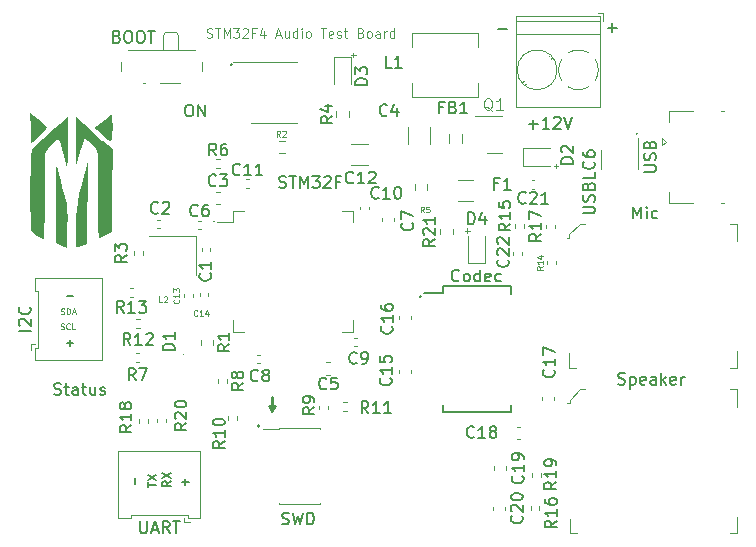
<source format=gbr>
%TF.GenerationSoftware,KiCad,Pcbnew,(5.99.0-11177-g6c67dfa032)*%
%TF.CreationDate,2021-08-02T03:39:22-04:00*%
%TF.ProjectId,STM32+Codec,53544d33-322b-4436-9f64-65632e6b6963,1.0*%
%TF.SameCoordinates,Original*%
%TF.FileFunction,Legend,Top*%
%TF.FilePolarity,Positive*%
%FSLAX46Y46*%
G04 Gerber Fmt 4.6, Leading zero omitted, Abs format (unit mm)*
G04 Created by KiCad (PCBNEW (5.99.0-11177-g6c67dfa032)) date 2021-08-02 03:39:22*
%MOMM*%
%LPD*%
G01*
G04 APERTURE LIST*
%ADD10C,0.150000*%
%ADD11C,0.125000*%
%ADD12C,0.120000*%
%ADD13C,0.100000*%
G04 APERTURE END LIST*
D10*
X140889442Y-70993000D02*
G75*
G03*
X140889442Y-70993000I-71842J0D01*
G01*
X128371600Y-80238600D02*
X128625600Y-80238600D01*
X128625600Y-80238600D02*
X128320800Y-80721200D01*
X128320800Y-80721200D02*
X127990600Y-80238600D01*
X127990600Y-80238600D02*
X128270000Y-80238600D01*
X128270000Y-80238600D02*
X128270000Y-79451200D01*
X128270000Y-79451200D02*
X128397000Y-79451200D01*
X128397000Y-79451200D02*
X128371600Y-80238600D01*
G36*
X128371600Y-80238600D02*
G01*
X128625600Y-80238600D01*
X128320800Y-80721200D01*
X127990600Y-80238600D01*
X128270000Y-80238600D01*
X128270000Y-79451200D01*
X128397000Y-79451200D01*
X128371600Y-80238600D01*
G37*
X128371600Y-80238600D02*
X128625600Y-80238600D01*
X128320800Y-80721200D01*
X127990600Y-80238600D01*
X128270000Y-80238600D01*
X128270000Y-79451200D01*
X128397000Y-79451200D01*
X128371600Y-80238600D01*
X123373796Y-64592200D02*
G75*
G03*
X123373796Y-64592200I-56796J0D01*
G01*
X159156400Y-57175400D02*
G75*
G03*
X159156400Y-57175400I-50800J0D01*
G01*
X127232722Y-81915000D02*
G75*
G03*
X127232722Y-81915000I-80322J0D01*
G01*
X124891800Y-51358800D02*
G75*
G03*
X124891800Y-51358800I-76200J0D01*
G01*
D11*
X110377361Y-73709980D02*
X110448790Y-73733790D01*
X110567838Y-73733790D01*
X110615457Y-73709980D01*
X110639266Y-73686171D01*
X110663076Y-73638552D01*
X110663076Y-73590933D01*
X110639266Y-73543314D01*
X110615457Y-73519504D01*
X110567838Y-73495695D01*
X110472600Y-73471885D01*
X110424980Y-73448076D01*
X110401171Y-73424266D01*
X110377361Y-73376647D01*
X110377361Y-73329028D01*
X110401171Y-73281409D01*
X110424980Y-73257600D01*
X110472600Y-73233790D01*
X110591647Y-73233790D01*
X110663076Y-73257600D01*
X111163076Y-73686171D02*
X111139266Y-73709980D01*
X111067838Y-73733790D01*
X111020219Y-73733790D01*
X110948790Y-73709980D01*
X110901171Y-73662361D01*
X110877361Y-73614742D01*
X110853552Y-73519504D01*
X110853552Y-73448076D01*
X110877361Y-73352838D01*
X110901171Y-73305219D01*
X110948790Y-73257600D01*
X111020219Y-73233790D01*
X111067838Y-73233790D01*
X111139266Y-73257600D01*
X111163076Y-73281409D01*
X111615457Y-73733790D02*
X111377361Y-73733790D01*
X111377361Y-73233790D01*
D10*
X116713800Y-86321933D02*
X116713800Y-86855266D01*
X121173952Y-54722780D02*
X121364428Y-54722780D01*
X121459666Y-54770400D01*
X121554904Y-54865638D01*
X121602523Y-55056114D01*
X121602523Y-55389447D01*
X121554904Y-55579923D01*
X121459666Y-55675161D01*
X121364428Y-55722780D01*
X121173952Y-55722780D01*
X121078714Y-55675161D01*
X120983476Y-55579923D01*
X120935857Y-55389447D01*
X120935857Y-55056114D01*
X120983476Y-54865638D01*
X121078714Y-54770400D01*
X121173952Y-54722780D01*
X122031095Y-55722780D02*
X122031095Y-54722780D01*
X122602523Y-55722780D01*
X122602523Y-54722780D01*
D11*
X145021276Y-65394685D02*
X144640323Y-65394685D01*
X144830800Y-65204209D02*
X144830800Y-65585161D01*
D10*
X109821933Y-79246361D02*
X109964790Y-79293980D01*
X110202885Y-79293980D01*
X110298123Y-79246361D01*
X110345742Y-79198742D01*
X110393361Y-79103504D01*
X110393361Y-79008266D01*
X110345742Y-78913028D01*
X110298123Y-78865409D01*
X110202885Y-78817790D01*
X110012409Y-78770171D01*
X109917171Y-78722552D01*
X109869552Y-78674933D01*
X109821933Y-78579695D01*
X109821933Y-78484457D01*
X109869552Y-78389219D01*
X109917171Y-78341600D01*
X110012409Y-78293980D01*
X110250504Y-78293980D01*
X110393361Y-78341600D01*
X110679076Y-78627314D02*
X111060028Y-78627314D01*
X110821933Y-78293980D02*
X110821933Y-79151123D01*
X110869552Y-79246361D01*
X110964790Y-79293980D01*
X111060028Y-79293980D01*
X111821933Y-79293980D02*
X111821933Y-78770171D01*
X111774314Y-78674933D01*
X111679076Y-78627314D01*
X111488600Y-78627314D01*
X111393361Y-78674933D01*
X111821933Y-79246361D02*
X111726695Y-79293980D01*
X111488600Y-79293980D01*
X111393361Y-79246361D01*
X111345742Y-79151123D01*
X111345742Y-79055885D01*
X111393361Y-78960647D01*
X111488600Y-78913028D01*
X111726695Y-78913028D01*
X111821933Y-78865409D01*
X112155266Y-78627314D02*
X112536219Y-78627314D01*
X112298123Y-78293980D02*
X112298123Y-79151123D01*
X112345742Y-79246361D01*
X112440980Y-79293980D01*
X112536219Y-79293980D01*
X113298123Y-78627314D02*
X113298123Y-79293980D01*
X112869552Y-78627314D02*
X112869552Y-79151123D01*
X112917171Y-79246361D01*
X113012409Y-79293980D01*
X113155266Y-79293980D01*
X113250504Y-79246361D01*
X113298123Y-79198742D01*
X113726695Y-79246361D02*
X113821933Y-79293980D01*
X114012409Y-79293980D01*
X114107647Y-79246361D01*
X114155266Y-79151123D01*
X114155266Y-79103504D01*
X114107647Y-79008266D01*
X114012409Y-78960647D01*
X113869552Y-78960647D01*
X113774314Y-78913028D01*
X113726695Y-78817790D01*
X113726695Y-78770171D01*
X113774314Y-78674933D01*
X113869552Y-78627314D01*
X114012409Y-78627314D01*
X114107647Y-78674933D01*
X117777466Y-87096533D02*
X117777466Y-86696533D01*
X118477466Y-86896533D02*
X117777466Y-86896533D01*
X117777466Y-86529866D02*
X118477466Y-86063200D01*
X117777466Y-86063200D02*
X118477466Y-86529866D01*
D11*
X122765542Y-49015609D02*
X122879828Y-49053704D01*
X123070304Y-49053704D01*
X123146495Y-49015609D01*
X123184590Y-48977514D01*
X123222685Y-48901323D01*
X123222685Y-48825133D01*
X123184590Y-48748942D01*
X123146495Y-48710847D01*
X123070304Y-48672752D01*
X122917923Y-48634657D01*
X122841733Y-48596561D01*
X122803638Y-48558466D01*
X122765542Y-48482276D01*
X122765542Y-48406085D01*
X122803638Y-48329895D01*
X122841733Y-48291800D01*
X122917923Y-48253704D01*
X123108400Y-48253704D01*
X123222685Y-48291800D01*
X123451257Y-48253704D02*
X123908400Y-48253704D01*
X123679828Y-49053704D02*
X123679828Y-48253704D01*
X124175066Y-49053704D02*
X124175066Y-48253704D01*
X124441733Y-48825133D01*
X124708400Y-48253704D01*
X124708400Y-49053704D01*
X125013161Y-48253704D02*
X125508400Y-48253704D01*
X125241733Y-48558466D01*
X125356019Y-48558466D01*
X125432209Y-48596561D01*
X125470304Y-48634657D01*
X125508400Y-48710847D01*
X125508400Y-48901323D01*
X125470304Y-48977514D01*
X125432209Y-49015609D01*
X125356019Y-49053704D01*
X125127447Y-49053704D01*
X125051257Y-49015609D01*
X125013161Y-48977514D01*
X125813161Y-48329895D02*
X125851257Y-48291800D01*
X125927447Y-48253704D01*
X126117923Y-48253704D01*
X126194114Y-48291800D01*
X126232209Y-48329895D01*
X126270304Y-48406085D01*
X126270304Y-48482276D01*
X126232209Y-48596561D01*
X125775066Y-49053704D01*
X126270304Y-49053704D01*
X126879828Y-48634657D02*
X126613161Y-48634657D01*
X126613161Y-49053704D02*
X126613161Y-48253704D01*
X126994114Y-48253704D01*
X127641733Y-48520371D02*
X127641733Y-49053704D01*
X127451257Y-48215609D02*
X127260780Y-48787038D01*
X127756019Y-48787038D01*
X128632209Y-48825133D02*
X129013161Y-48825133D01*
X128556019Y-49053704D02*
X128822685Y-48253704D01*
X129089352Y-49053704D01*
X129698876Y-48520371D02*
X129698876Y-49053704D01*
X129356019Y-48520371D02*
X129356019Y-48939419D01*
X129394114Y-49015609D01*
X129470304Y-49053704D01*
X129584590Y-49053704D01*
X129660780Y-49015609D01*
X129698876Y-48977514D01*
X130422685Y-49053704D02*
X130422685Y-48253704D01*
X130422685Y-49015609D02*
X130346495Y-49053704D01*
X130194114Y-49053704D01*
X130117923Y-49015609D01*
X130079828Y-48977514D01*
X130041733Y-48901323D01*
X130041733Y-48672752D01*
X130079828Y-48596561D01*
X130117923Y-48558466D01*
X130194114Y-48520371D01*
X130346495Y-48520371D01*
X130422685Y-48558466D01*
X130803638Y-49053704D02*
X130803638Y-48520371D01*
X130803638Y-48253704D02*
X130765542Y-48291800D01*
X130803638Y-48329895D01*
X130841733Y-48291800D01*
X130803638Y-48253704D01*
X130803638Y-48329895D01*
X131298876Y-49053704D02*
X131222685Y-49015609D01*
X131184590Y-48977514D01*
X131146495Y-48901323D01*
X131146495Y-48672752D01*
X131184590Y-48596561D01*
X131222685Y-48558466D01*
X131298876Y-48520371D01*
X131413161Y-48520371D01*
X131489352Y-48558466D01*
X131527447Y-48596561D01*
X131565542Y-48672752D01*
X131565542Y-48901323D01*
X131527447Y-48977514D01*
X131489352Y-49015609D01*
X131413161Y-49053704D01*
X131298876Y-49053704D01*
X132403638Y-48253704D02*
X132860780Y-48253704D01*
X132632209Y-49053704D02*
X132632209Y-48253704D01*
X133432209Y-49015609D02*
X133356019Y-49053704D01*
X133203638Y-49053704D01*
X133127447Y-49015609D01*
X133089352Y-48939419D01*
X133089352Y-48634657D01*
X133127447Y-48558466D01*
X133203638Y-48520371D01*
X133356019Y-48520371D01*
X133432209Y-48558466D01*
X133470304Y-48634657D01*
X133470304Y-48710847D01*
X133089352Y-48787038D01*
X133775066Y-49015609D02*
X133851257Y-49053704D01*
X134003638Y-49053704D01*
X134079828Y-49015609D01*
X134117923Y-48939419D01*
X134117923Y-48901323D01*
X134079828Y-48825133D01*
X134003638Y-48787038D01*
X133889352Y-48787038D01*
X133813161Y-48748942D01*
X133775066Y-48672752D01*
X133775066Y-48634657D01*
X133813161Y-48558466D01*
X133889352Y-48520371D01*
X134003638Y-48520371D01*
X134079828Y-48558466D01*
X134346495Y-48520371D02*
X134651257Y-48520371D01*
X134460780Y-48253704D02*
X134460780Y-48939419D01*
X134498876Y-49015609D01*
X134575066Y-49053704D01*
X134651257Y-49053704D01*
X135794114Y-48634657D02*
X135908400Y-48672752D01*
X135946495Y-48710847D01*
X135984590Y-48787038D01*
X135984590Y-48901323D01*
X135946495Y-48977514D01*
X135908400Y-49015609D01*
X135832209Y-49053704D01*
X135527447Y-49053704D01*
X135527447Y-48253704D01*
X135794114Y-48253704D01*
X135870304Y-48291800D01*
X135908400Y-48329895D01*
X135946495Y-48406085D01*
X135946495Y-48482276D01*
X135908400Y-48558466D01*
X135870304Y-48596561D01*
X135794114Y-48634657D01*
X135527447Y-48634657D01*
X136441733Y-49053704D02*
X136365542Y-49015609D01*
X136327447Y-48977514D01*
X136289352Y-48901323D01*
X136289352Y-48672752D01*
X136327447Y-48596561D01*
X136365542Y-48558466D01*
X136441733Y-48520371D01*
X136556019Y-48520371D01*
X136632209Y-48558466D01*
X136670304Y-48596561D01*
X136708400Y-48672752D01*
X136708400Y-48901323D01*
X136670304Y-48977514D01*
X136632209Y-49015609D01*
X136556019Y-49053704D01*
X136441733Y-49053704D01*
X137394114Y-49053704D02*
X137394114Y-48634657D01*
X137356019Y-48558466D01*
X137279828Y-48520371D01*
X137127447Y-48520371D01*
X137051257Y-48558466D01*
X137394114Y-49015609D02*
X137317923Y-49053704D01*
X137127447Y-49053704D01*
X137051257Y-49015609D01*
X137013161Y-48939419D01*
X137013161Y-48863228D01*
X137051257Y-48787038D01*
X137127447Y-48748942D01*
X137317923Y-48748942D01*
X137394114Y-48710847D01*
X137775066Y-49053704D02*
X137775066Y-48520371D01*
X137775066Y-48672752D02*
X137813161Y-48596561D01*
X137851257Y-48558466D01*
X137927447Y-48520371D01*
X138003638Y-48520371D01*
X138613161Y-49053704D02*
X138613161Y-48253704D01*
X138613161Y-49015609D02*
X138536971Y-49053704D01*
X138384590Y-49053704D01*
X138308400Y-49015609D01*
X138270304Y-48977514D01*
X138232209Y-48901323D01*
X138232209Y-48672752D01*
X138270304Y-48596561D01*
X138308400Y-48558466D01*
X138384590Y-48520371D01*
X138536971Y-48520371D01*
X138613161Y-48558466D01*
D10*
X121221466Y-86691000D02*
X120688133Y-86691000D01*
X120954800Y-86424333D02*
X120954800Y-86957666D01*
D11*
X135369276Y-50535685D02*
X134988323Y-50535685D01*
X135178800Y-50345209D02*
X135178800Y-50726161D01*
D10*
X111467866Y-74930800D02*
X110934533Y-74930800D01*
X111201200Y-74664133D02*
X111201200Y-75197466D01*
X111417066Y-70943000D02*
X110883733Y-70943000D01*
D11*
X110416257Y-72439980D02*
X110487685Y-72463790D01*
X110606733Y-72463790D01*
X110654352Y-72439980D01*
X110678161Y-72416171D01*
X110701971Y-72368552D01*
X110701971Y-72320933D01*
X110678161Y-72273314D01*
X110654352Y-72249504D01*
X110606733Y-72225695D01*
X110511495Y-72201885D01*
X110463876Y-72178076D01*
X110440066Y-72154266D01*
X110416257Y-72106647D01*
X110416257Y-72059028D01*
X110440066Y-72011409D01*
X110463876Y-71987600D01*
X110511495Y-71963790D01*
X110630542Y-71963790D01*
X110701971Y-71987600D01*
X110916257Y-72463790D02*
X110916257Y-71963790D01*
X111035304Y-71963790D01*
X111106733Y-71987600D01*
X111154352Y-72035219D01*
X111178161Y-72082838D01*
X111201971Y-72178076D01*
X111201971Y-72249504D01*
X111178161Y-72344742D01*
X111154352Y-72392361D01*
X111106733Y-72439980D01*
X111035304Y-72463790D01*
X110916257Y-72463790D01*
X111392447Y-72320933D02*
X111630542Y-72320933D01*
X111344828Y-72463790D02*
X111511495Y-71963790D01*
X111678161Y-72463790D01*
D10*
X157103771Y-47828247D02*
X157103771Y-48590152D01*
X156722819Y-48209200D02*
X157484723Y-48209200D01*
X147421647Y-48280628D02*
X148183552Y-48280628D01*
D11*
X152514276Y-59933685D02*
X152133323Y-59933685D01*
X152323800Y-59743209D02*
X152323800Y-60124161D01*
D10*
X119696666Y-86603666D02*
X119363333Y-86837000D01*
X119696666Y-87003666D02*
X118996666Y-87003666D01*
X118996666Y-86737000D01*
X119030000Y-86670333D01*
X119063333Y-86637000D01*
X119130000Y-86603666D01*
X119230000Y-86603666D01*
X119296666Y-86637000D01*
X119330000Y-86670333D01*
X119363333Y-86737000D01*
X119363333Y-87003666D01*
X118996666Y-86370333D02*
X119696666Y-85903666D01*
X118996666Y-85903666D02*
X119696666Y-86370333D01*
%TO.C,C21*%
X149750542Y-63010542D02*
X149702923Y-63058161D01*
X149560066Y-63105780D01*
X149464828Y-63105780D01*
X149321971Y-63058161D01*
X149226733Y-62962923D01*
X149179114Y-62867685D01*
X149131495Y-62677209D01*
X149131495Y-62534352D01*
X149179114Y-62343876D01*
X149226733Y-62248638D01*
X149321971Y-62153400D01*
X149464828Y-62105780D01*
X149560066Y-62105780D01*
X149702923Y-62153400D01*
X149750542Y-62201019D01*
X150131495Y-62201019D02*
X150179114Y-62153400D01*
X150274352Y-62105780D01*
X150512447Y-62105780D01*
X150607685Y-62153400D01*
X150655304Y-62201019D01*
X150702923Y-62296257D01*
X150702923Y-62391495D01*
X150655304Y-62534352D01*
X150083876Y-63105780D01*
X150702923Y-63105780D01*
X151655304Y-63105780D02*
X151083876Y-63105780D01*
X151369590Y-63105780D02*
X151369590Y-62105780D01*
X151274352Y-62248638D01*
X151179114Y-62343876D01*
X151083876Y-62391495D01*
%TO.C,D3*%
X136342380Y-53062095D02*
X135342380Y-53062095D01*
X135342380Y-52824000D01*
X135390000Y-52681142D01*
X135485238Y-52585904D01*
X135580476Y-52538285D01*
X135770952Y-52490666D01*
X135913809Y-52490666D01*
X136104285Y-52538285D01*
X136199523Y-52585904D01*
X136294761Y-52681142D01*
X136342380Y-52824000D01*
X136342380Y-53062095D01*
X135342380Y-52157333D02*
X135342380Y-51538285D01*
X135723333Y-51871619D01*
X135723333Y-51728761D01*
X135770952Y-51633523D01*
X135818571Y-51585904D01*
X135913809Y-51538285D01*
X136151904Y-51538285D01*
X136247142Y-51585904D01*
X136294761Y-51633523D01*
X136342380Y-51728761D01*
X136342380Y-52014476D01*
X136294761Y-52109714D01*
X136247142Y-52157333D01*
%TO.C,R17*%
X151074380Y-65666857D02*
X150598190Y-66000190D01*
X151074380Y-66238285D02*
X150074380Y-66238285D01*
X150074380Y-65857333D01*
X150122000Y-65762095D01*
X150169619Y-65714476D01*
X150264857Y-65666857D01*
X150407714Y-65666857D01*
X150502952Y-65714476D01*
X150550571Y-65762095D01*
X150598190Y-65857333D01*
X150598190Y-66238285D01*
X151074380Y-64714476D02*
X151074380Y-65285904D01*
X151074380Y-65000190D02*
X150074380Y-65000190D01*
X150217238Y-65095428D01*
X150312476Y-65190666D01*
X150360095Y-65285904D01*
X150074380Y-64381142D02*
X150074380Y-63714476D01*
X151074380Y-64143047D01*
%TO.C,R4*%
X133395980Y-55691066D02*
X132919790Y-56024400D01*
X133395980Y-56262495D02*
X132395980Y-56262495D01*
X132395980Y-55881542D01*
X132443600Y-55786304D01*
X132491219Y-55738685D01*
X132586457Y-55691066D01*
X132729314Y-55691066D01*
X132824552Y-55738685D01*
X132872171Y-55786304D01*
X132919790Y-55881542D01*
X132919790Y-56262495D01*
X132729314Y-54833923D02*
X133395980Y-54833923D01*
X132348361Y-55072019D02*
X133062647Y-55310114D01*
X133062647Y-54691066D01*
D11*
%TO.C,L2*%
X118991866Y-71447790D02*
X118753771Y-71447790D01*
X118753771Y-70947790D01*
X119134723Y-70995409D02*
X119158533Y-70971600D01*
X119206152Y-70947790D01*
X119325200Y-70947790D01*
X119372819Y-70971600D01*
X119396628Y-70995409D01*
X119420438Y-71043028D01*
X119420438Y-71090647D01*
X119396628Y-71162076D01*
X119110914Y-71447790D01*
X119420438Y-71447790D01*
D10*
%TO.C,C5*%
X132878533Y-78741542D02*
X132830914Y-78789161D01*
X132688057Y-78836780D01*
X132592819Y-78836780D01*
X132449961Y-78789161D01*
X132354723Y-78693923D01*
X132307104Y-78598685D01*
X132259485Y-78408209D01*
X132259485Y-78265352D01*
X132307104Y-78074876D01*
X132354723Y-77979638D01*
X132449961Y-77884400D01*
X132592819Y-77836780D01*
X132688057Y-77836780D01*
X132830914Y-77884400D01*
X132878533Y-77932019D01*
X133783295Y-77836780D02*
X133307104Y-77836780D01*
X133259485Y-78312971D01*
X133307104Y-78265352D01*
X133402342Y-78217733D01*
X133640438Y-78217733D01*
X133735676Y-78265352D01*
X133783295Y-78312971D01*
X133830914Y-78408209D01*
X133830914Y-78646304D01*
X133783295Y-78741542D01*
X133735676Y-78789161D01*
X133640438Y-78836780D01*
X133402342Y-78836780D01*
X133307104Y-78789161D01*
X133259485Y-78741542D01*
%TO.C,C19*%
X149480542Y-86164657D02*
X149528161Y-86212276D01*
X149575780Y-86355133D01*
X149575780Y-86450371D01*
X149528161Y-86593228D01*
X149432923Y-86688466D01*
X149337685Y-86736085D01*
X149147209Y-86783704D01*
X149004352Y-86783704D01*
X148813876Y-86736085D01*
X148718638Y-86688466D01*
X148623400Y-86593228D01*
X148575780Y-86450371D01*
X148575780Y-86355133D01*
X148623400Y-86212276D01*
X148671019Y-86164657D01*
X149575780Y-85212276D02*
X149575780Y-85783704D01*
X149575780Y-85497990D02*
X148575780Y-85497990D01*
X148718638Y-85593228D01*
X148813876Y-85688466D01*
X148861495Y-85783704D01*
X149575780Y-84736085D02*
X149575780Y-84545609D01*
X149528161Y-84450371D01*
X149480542Y-84402752D01*
X149337685Y-84307514D01*
X149147209Y-84259895D01*
X148766257Y-84259895D01*
X148671019Y-84307514D01*
X148623400Y-84355133D01*
X148575780Y-84450371D01*
X148575780Y-84640847D01*
X148623400Y-84736085D01*
X148671019Y-84783704D01*
X148766257Y-84831323D01*
X149004352Y-84831323D01*
X149099590Y-84783704D01*
X149147209Y-84736085D01*
X149194828Y-84640847D01*
X149194828Y-84450371D01*
X149147209Y-84355133D01*
X149099590Y-84307514D01*
X149004352Y-84259895D01*
%TO.C,SWD*%
X129122657Y-90219161D02*
X129265514Y-90266780D01*
X129503609Y-90266780D01*
X129598847Y-90219161D01*
X129646466Y-90171542D01*
X129694085Y-90076304D01*
X129694085Y-89981066D01*
X129646466Y-89885828D01*
X129598847Y-89838209D01*
X129503609Y-89790590D01*
X129313133Y-89742971D01*
X129217895Y-89695352D01*
X129170276Y-89647733D01*
X129122657Y-89552495D01*
X129122657Y-89457257D01*
X129170276Y-89362019D01*
X129217895Y-89314400D01*
X129313133Y-89266780D01*
X129551228Y-89266780D01*
X129694085Y-89314400D01*
X130027419Y-89266780D02*
X130265514Y-90266780D01*
X130455990Y-89552495D01*
X130646466Y-90266780D01*
X130884561Y-89266780D01*
X131265514Y-90266780D02*
X131265514Y-89266780D01*
X131503609Y-89266780D01*
X131646466Y-89314400D01*
X131741704Y-89409638D01*
X131789323Y-89504876D01*
X131836942Y-89695352D01*
X131836942Y-89838209D01*
X131789323Y-90028685D01*
X131741704Y-90123923D01*
X131646466Y-90219161D01*
X131503609Y-90266780D01*
X131265514Y-90266780D01*
D11*
%TO.C,Q1*%
X146945361Y-55259219D02*
X146850123Y-55211600D01*
X146754885Y-55116361D01*
X146612028Y-54973504D01*
X146516790Y-54925885D01*
X146421552Y-54925885D01*
X146469171Y-55163980D02*
X146373933Y-55116361D01*
X146278695Y-55021123D01*
X146231076Y-54830647D01*
X146231076Y-54497314D01*
X146278695Y-54306838D01*
X146373933Y-54211600D01*
X146469171Y-54163980D01*
X146659647Y-54163980D01*
X146754885Y-54211600D01*
X146850123Y-54306838D01*
X146897742Y-54497314D01*
X146897742Y-54830647D01*
X146850123Y-55021123D01*
X146754885Y-55116361D01*
X146659647Y-55163980D01*
X146469171Y-55163980D01*
X147850123Y-55163980D02*
X147278695Y-55163980D01*
X147564409Y-55163980D02*
X147564409Y-54163980D01*
X147469171Y-54306838D01*
X147373933Y-54402076D01*
X147278695Y-54449695D01*
D10*
%TO.C,D4*%
X144880104Y-64841280D02*
X144880104Y-63841280D01*
X145118200Y-63841280D01*
X145261057Y-63888900D01*
X145356295Y-63984138D01*
X145403914Y-64079376D01*
X145451533Y-64269852D01*
X145451533Y-64412709D01*
X145403914Y-64603185D01*
X145356295Y-64698423D01*
X145261057Y-64793661D01*
X145118200Y-64841280D01*
X144880104Y-64841280D01*
X146308676Y-64174614D02*
X146308676Y-64841280D01*
X146070580Y-63793661D02*
X145832485Y-64507947D01*
X146451533Y-64507947D01*
%TO.C,Mic*%
X158867600Y-64358780D02*
X158867600Y-63358780D01*
X159200933Y-64073066D01*
X159534266Y-63358780D01*
X159534266Y-64358780D01*
X160010457Y-64358780D02*
X160010457Y-63692114D01*
X160010457Y-63358780D02*
X159962838Y-63406400D01*
X160010457Y-63454019D01*
X160058076Y-63406400D01*
X160010457Y-63358780D01*
X160010457Y-63454019D01*
X160915219Y-64311161D02*
X160819980Y-64358780D01*
X160629504Y-64358780D01*
X160534266Y-64311161D01*
X160486647Y-64263542D01*
X160439028Y-64168304D01*
X160439028Y-63882590D01*
X160486647Y-63787352D01*
X160534266Y-63739733D01*
X160629504Y-63692114D01*
X160819980Y-63692114D01*
X160915219Y-63739733D01*
%TO.C,R15*%
X148458180Y-64803257D02*
X147981990Y-65136590D01*
X148458180Y-65374685D02*
X147458180Y-65374685D01*
X147458180Y-64993733D01*
X147505800Y-64898495D01*
X147553419Y-64850876D01*
X147648657Y-64803257D01*
X147791514Y-64803257D01*
X147886752Y-64850876D01*
X147934371Y-64898495D01*
X147981990Y-64993733D01*
X147981990Y-65374685D01*
X148458180Y-63850876D02*
X148458180Y-64422304D01*
X148458180Y-64136590D02*
X147458180Y-64136590D01*
X147601038Y-64231828D01*
X147696276Y-64327066D01*
X147743895Y-64422304D01*
X147458180Y-62946114D02*
X147458180Y-63422304D01*
X147934371Y-63469923D01*
X147886752Y-63422304D01*
X147839133Y-63327066D01*
X147839133Y-63088971D01*
X147886752Y-62993733D01*
X147934371Y-62946114D01*
X148029609Y-62898495D01*
X148267704Y-62898495D01*
X148362942Y-62946114D01*
X148410561Y-62993733D01*
X148458180Y-63088971D01*
X148458180Y-63327066D01*
X148410561Y-63422304D01*
X148362942Y-63469923D01*
%TO.C,R8*%
X125852180Y-78271666D02*
X125375990Y-78605000D01*
X125852180Y-78843095D02*
X124852180Y-78843095D01*
X124852180Y-78462142D01*
X124899800Y-78366904D01*
X124947419Y-78319285D01*
X125042657Y-78271666D01*
X125185514Y-78271666D01*
X125280752Y-78319285D01*
X125328371Y-78366904D01*
X125375990Y-78462142D01*
X125375990Y-78843095D01*
X125280752Y-77700238D02*
X125233133Y-77795476D01*
X125185514Y-77843095D01*
X125090276Y-77890714D01*
X125042657Y-77890714D01*
X124947419Y-77843095D01*
X124899800Y-77795476D01*
X124852180Y-77700238D01*
X124852180Y-77509761D01*
X124899800Y-77414523D01*
X124947419Y-77366904D01*
X125042657Y-77319285D01*
X125090276Y-77319285D01*
X125185514Y-77366904D01*
X125233133Y-77414523D01*
X125280752Y-77509761D01*
X125280752Y-77700238D01*
X125328371Y-77795476D01*
X125375990Y-77843095D01*
X125471228Y-77890714D01*
X125661704Y-77890714D01*
X125756942Y-77843095D01*
X125804561Y-77795476D01*
X125852180Y-77700238D01*
X125852180Y-77509761D01*
X125804561Y-77414523D01*
X125756942Y-77366904D01*
X125661704Y-77319285D01*
X125471228Y-77319285D01*
X125375990Y-77366904D01*
X125328371Y-77414523D01*
X125280752Y-77509761D01*
%TO.C,USBLC6*%
X154595580Y-63933057D02*
X155405104Y-63933057D01*
X155500342Y-63885438D01*
X155547961Y-63837819D01*
X155595580Y-63742580D01*
X155595580Y-63552104D01*
X155547961Y-63456866D01*
X155500342Y-63409247D01*
X155405104Y-63361628D01*
X154595580Y-63361628D01*
X155547961Y-62933057D02*
X155595580Y-62790200D01*
X155595580Y-62552104D01*
X155547961Y-62456866D01*
X155500342Y-62409247D01*
X155405104Y-62361628D01*
X155309866Y-62361628D01*
X155214628Y-62409247D01*
X155167009Y-62456866D01*
X155119390Y-62552104D01*
X155071771Y-62742580D01*
X155024152Y-62837819D01*
X154976533Y-62885438D01*
X154881295Y-62933057D01*
X154786057Y-62933057D01*
X154690819Y-62885438D01*
X154643200Y-62837819D01*
X154595580Y-62742580D01*
X154595580Y-62504485D01*
X154643200Y-62361628D01*
X155071771Y-61599723D02*
X155119390Y-61456866D01*
X155167009Y-61409247D01*
X155262247Y-61361628D01*
X155405104Y-61361628D01*
X155500342Y-61409247D01*
X155547961Y-61456866D01*
X155595580Y-61552104D01*
X155595580Y-61933057D01*
X154595580Y-61933057D01*
X154595580Y-61599723D01*
X154643200Y-61504485D01*
X154690819Y-61456866D01*
X154786057Y-61409247D01*
X154881295Y-61409247D01*
X154976533Y-61456866D01*
X155024152Y-61504485D01*
X155071771Y-61599723D01*
X155071771Y-61933057D01*
X155595580Y-60456866D02*
X155595580Y-60933057D01*
X154595580Y-60933057D01*
X155500342Y-59552104D02*
X155547961Y-59599723D01*
X155595580Y-59742580D01*
X155595580Y-59837819D01*
X155547961Y-59980676D01*
X155452723Y-60075914D01*
X155357485Y-60123533D01*
X155167009Y-60171152D01*
X155024152Y-60171152D01*
X154833676Y-60123533D01*
X154738438Y-60075914D01*
X154643200Y-59980676D01*
X154595580Y-59837819D01*
X154595580Y-59742580D01*
X154643200Y-59599723D01*
X154690819Y-59552104D01*
X154595580Y-58694961D02*
X154595580Y-58885438D01*
X154643200Y-58980676D01*
X154690819Y-59028295D01*
X154833676Y-59123533D01*
X155024152Y-59171152D01*
X155405104Y-59171152D01*
X155500342Y-59123533D01*
X155547961Y-59075914D01*
X155595580Y-58980676D01*
X155595580Y-58790200D01*
X155547961Y-58694961D01*
X155500342Y-58647342D01*
X155405104Y-58599723D01*
X155167009Y-58599723D01*
X155071771Y-58647342D01*
X155024152Y-58694961D01*
X154976533Y-58790200D01*
X154976533Y-58980676D01*
X155024152Y-59075914D01*
X155071771Y-59123533D01*
X155167009Y-59171152D01*
%TO.C,L1*%
X138415733Y-51582580D02*
X137939542Y-51582580D01*
X137939542Y-50582580D01*
X139272876Y-51582580D02*
X138701447Y-51582580D01*
X138987161Y-51582580D02*
X138987161Y-50582580D01*
X138891923Y-50725438D01*
X138796685Y-50820676D01*
X138701447Y-50868295D01*
%TO.C,C10*%
X137304542Y-62587142D02*
X137256923Y-62634761D01*
X137114066Y-62682380D01*
X137018828Y-62682380D01*
X136875971Y-62634761D01*
X136780733Y-62539523D01*
X136733114Y-62444285D01*
X136685495Y-62253809D01*
X136685495Y-62110952D01*
X136733114Y-61920476D01*
X136780733Y-61825238D01*
X136875971Y-61730000D01*
X137018828Y-61682380D01*
X137114066Y-61682380D01*
X137256923Y-61730000D01*
X137304542Y-61777619D01*
X138256923Y-62682380D02*
X137685495Y-62682380D01*
X137971209Y-62682380D02*
X137971209Y-61682380D01*
X137875971Y-61825238D01*
X137780733Y-61920476D01*
X137685495Y-61968095D01*
X138875971Y-61682380D02*
X138971209Y-61682380D01*
X139066447Y-61730000D01*
X139114066Y-61777619D01*
X139161685Y-61872857D01*
X139209304Y-62063333D01*
X139209304Y-62301428D01*
X139161685Y-62491904D01*
X139114066Y-62587142D01*
X139066447Y-62634761D01*
X138971209Y-62682380D01*
X138875971Y-62682380D01*
X138780733Y-62634761D01*
X138733114Y-62587142D01*
X138685495Y-62491904D01*
X138637876Y-62301428D01*
X138637876Y-62063333D01*
X138685495Y-61872857D01*
X138733114Y-61777619D01*
X138780733Y-61730000D01*
X138875971Y-61682380D01*
%TO.C,R3*%
X115971580Y-67451266D02*
X115495390Y-67784600D01*
X115971580Y-68022695D02*
X114971580Y-68022695D01*
X114971580Y-67641742D01*
X115019200Y-67546504D01*
X115066819Y-67498885D01*
X115162057Y-67451266D01*
X115304914Y-67451266D01*
X115400152Y-67498885D01*
X115447771Y-67546504D01*
X115495390Y-67641742D01*
X115495390Y-68022695D01*
X114971580Y-67117933D02*
X114971580Y-66498885D01*
X115352533Y-66832219D01*
X115352533Y-66689361D01*
X115400152Y-66594123D01*
X115447771Y-66546504D01*
X115543009Y-66498885D01*
X115781104Y-66498885D01*
X115876342Y-66546504D01*
X115923961Y-66594123D01*
X115971580Y-66689361D01*
X115971580Y-66975076D01*
X115923961Y-67070314D01*
X115876342Y-67117933D01*
%TO.C,+12V*%
X150003095Y-56383228D02*
X150765000Y-56383228D01*
X150384047Y-56764180D02*
X150384047Y-56002276D01*
X151765000Y-56764180D02*
X151193571Y-56764180D01*
X151479285Y-56764180D02*
X151479285Y-55764180D01*
X151384047Y-55907038D01*
X151288809Y-56002276D01*
X151193571Y-56049895D01*
X152145952Y-55859419D02*
X152193571Y-55811800D01*
X152288809Y-55764180D01*
X152526904Y-55764180D01*
X152622142Y-55811800D01*
X152669761Y-55859419D01*
X152717380Y-55954657D01*
X152717380Y-56049895D01*
X152669761Y-56192752D01*
X152098333Y-56764180D01*
X152717380Y-56764180D01*
X153003095Y-55764180D02*
X153336428Y-56764180D01*
X153669761Y-55764180D01*
%TO.C,C3*%
X123531333Y-61538142D02*
X123483714Y-61585761D01*
X123340857Y-61633380D01*
X123245619Y-61633380D01*
X123102761Y-61585761D01*
X123007523Y-61490523D01*
X122959904Y-61395285D01*
X122912285Y-61204809D01*
X122912285Y-61061952D01*
X122959904Y-60871476D01*
X123007523Y-60776238D01*
X123102761Y-60681000D01*
X123245619Y-60633380D01*
X123340857Y-60633380D01*
X123483714Y-60681000D01*
X123531333Y-60728619D01*
X123864666Y-60633380D02*
X124483714Y-60633380D01*
X124150380Y-61014333D01*
X124293238Y-61014333D01*
X124388476Y-61061952D01*
X124436095Y-61109571D01*
X124483714Y-61204809D01*
X124483714Y-61442904D01*
X124436095Y-61538142D01*
X124388476Y-61585761D01*
X124293238Y-61633380D01*
X124007523Y-61633380D01*
X123912285Y-61585761D01*
X123864666Y-61538142D01*
%TO.C,C9*%
X135443933Y-76582542D02*
X135396314Y-76630161D01*
X135253457Y-76677780D01*
X135158219Y-76677780D01*
X135015361Y-76630161D01*
X134920123Y-76534923D01*
X134872504Y-76439685D01*
X134824885Y-76249209D01*
X134824885Y-76106352D01*
X134872504Y-75915876D01*
X134920123Y-75820638D01*
X135015361Y-75725400D01*
X135158219Y-75677780D01*
X135253457Y-75677780D01*
X135396314Y-75725400D01*
X135443933Y-75773019D01*
X135920123Y-76677780D02*
X136110600Y-76677780D01*
X136205838Y-76630161D01*
X136253457Y-76582542D01*
X136348695Y-76439685D01*
X136396314Y-76249209D01*
X136396314Y-75868257D01*
X136348695Y-75773019D01*
X136301076Y-75725400D01*
X136205838Y-75677780D01*
X136015361Y-75677780D01*
X135920123Y-75725400D01*
X135872504Y-75773019D01*
X135824885Y-75868257D01*
X135824885Y-76106352D01*
X135872504Y-76201590D01*
X135920123Y-76249209D01*
X136015361Y-76296828D01*
X136205838Y-76296828D01*
X136301076Y-76249209D01*
X136348695Y-76201590D01*
X136396314Y-76106352D01*
%TO.C,R10*%
X124277380Y-83218257D02*
X123801190Y-83551590D01*
X124277380Y-83789685D02*
X123277380Y-83789685D01*
X123277380Y-83408733D01*
X123325000Y-83313495D01*
X123372619Y-83265876D01*
X123467857Y-83218257D01*
X123610714Y-83218257D01*
X123705952Y-83265876D01*
X123753571Y-83313495D01*
X123801190Y-83408733D01*
X123801190Y-83789685D01*
X124277380Y-82265876D02*
X124277380Y-82837304D01*
X124277380Y-82551590D02*
X123277380Y-82551590D01*
X123420238Y-82646828D01*
X123515476Y-82742066D01*
X123563095Y-82837304D01*
X123277380Y-81646828D02*
X123277380Y-81551590D01*
X123325000Y-81456352D01*
X123372619Y-81408733D01*
X123467857Y-81361114D01*
X123658333Y-81313495D01*
X123896428Y-81313495D01*
X124086904Y-81361114D01*
X124182142Y-81408733D01*
X124229761Y-81456352D01*
X124277380Y-81551590D01*
X124277380Y-81646828D01*
X124229761Y-81742066D01*
X124182142Y-81789685D01*
X124086904Y-81837304D01*
X123896428Y-81884923D01*
X123658333Y-81884923D01*
X123467857Y-81837304D01*
X123372619Y-81789685D01*
X123325000Y-81742066D01*
X123277380Y-81646828D01*
%TO.C,R18*%
X116377980Y-81846657D02*
X115901790Y-82179990D01*
X116377980Y-82418085D02*
X115377980Y-82418085D01*
X115377980Y-82037133D01*
X115425600Y-81941895D01*
X115473219Y-81894276D01*
X115568457Y-81846657D01*
X115711314Y-81846657D01*
X115806552Y-81894276D01*
X115854171Y-81941895D01*
X115901790Y-82037133D01*
X115901790Y-82418085D01*
X116377980Y-80894276D02*
X116377980Y-81465704D01*
X116377980Y-81179990D02*
X115377980Y-81179990D01*
X115520838Y-81275228D01*
X115616076Y-81370466D01*
X115663695Y-81465704D01*
X115806552Y-80322847D02*
X115758933Y-80418085D01*
X115711314Y-80465704D01*
X115616076Y-80513323D01*
X115568457Y-80513323D01*
X115473219Y-80465704D01*
X115425600Y-80418085D01*
X115377980Y-80322847D01*
X115377980Y-80132371D01*
X115425600Y-80037133D01*
X115473219Y-79989514D01*
X115568457Y-79941895D01*
X115616076Y-79941895D01*
X115711314Y-79989514D01*
X115758933Y-80037133D01*
X115806552Y-80132371D01*
X115806552Y-80322847D01*
X115854171Y-80418085D01*
X115901790Y-80465704D01*
X115997028Y-80513323D01*
X116187504Y-80513323D01*
X116282742Y-80465704D01*
X116330361Y-80418085D01*
X116377980Y-80322847D01*
X116377980Y-80132371D01*
X116330361Y-80037133D01*
X116282742Y-79989514D01*
X116187504Y-79941895D01*
X115997028Y-79941895D01*
X115901790Y-79989514D01*
X115854171Y-80037133D01*
X115806552Y-80132371D01*
D11*
%TO.C,R2*%
X128974066Y-57426990D02*
X128807400Y-57188895D01*
X128688352Y-57426990D02*
X128688352Y-56926990D01*
X128878828Y-56926990D01*
X128926447Y-56950800D01*
X128950257Y-56974609D01*
X128974066Y-57022228D01*
X128974066Y-57093657D01*
X128950257Y-57141276D01*
X128926447Y-57165085D01*
X128878828Y-57188895D01*
X128688352Y-57188895D01*
X129164542Y-56974609D02*
X129188352Y-56950800D01*
X129235971Y-56926990D01*
X129355019Y-56926990D01*
X129402638Y-56950800D01*
X129426447Y-56974609D01*
X129450257Y-57022228D01*
X129450257Y-57069847D01*
X129426447Y-57141276D01*
X129140733Y-57426990D01*
X129450257Y-57426990D01*
D10*
%TO.C,I2C*%
X107849380Y-73853790D02*
X106849380Y-73853790D01*
X106944619Y-73425219D02*
X106897000Y-73377600D01*
X106849380Y-73282361D01*
X106849380Y-73044266D01*
X106897000Y-72949028D01*
X106944619Y-72901409D01*
X107039857Y-72853790D01*
X107135095Y-72853790D01*
X107277952Y-72901409D01*
X107849380Y-73472838D01*
X107849380Y-72853790D01*
X107754142Y-71853790D02*
X107801761Y-71901409D01*
X107849380Y-72044266D01*
X107849380Y-72139504D01*
X107801761Y-72282361D01*
X107706523Y-72377600D01*
X107611285Y-72425219D01*
X107420809Y-72472838D01*
X107277952Y-72472838D01*
X107087476Y-72425219D01*
X106992238Y-72377600D01*
X106897000Y-72282361D01*
X106849380Y-72139504D01*
X106849380Y-72044266D01*
X106897000Y-71901409D01*
X106944619Y-71853790D01*
%TO.C,UART*%
X117129361Y-89997580D02*
X117129361Y-90807104D01*
X117176980Y-90902342D01*
X117224600Y-90949961D01*
X117319838Y-90997580D01*
X117510314Y-90997580D01*
X117605552Y-90949961D01*
X117653171Y-90902342D01*
X117700790Y-90807104D01*
X117700790Y-89997580D01*
X118129361Y-90711866D02*
X118605552Y-90711866D01*
X118034123Y-90997580D02*
X118367457Y-89997580D01*
X118700790Y-90997580D01*
X119605552Y-90997580D02*
X119272219Y-90521390D01*
X119034123Y-90997580D02*
X119034123Y-89997580D01*
X119415076Y-89997580D01*
X119510314Y-90045200D01*
X119557933Y-90092819D01*
X119605552Y-90188057D01*
X119605552Y-90330914D01*
X119557933Y-90426152D01*
X119510314Y-90473771D01*
X119415076Y-90521390D01*
X119034123Y-90521390D01*
X119891266Y-89997580D02*
X120462695Y-89997580D01*
X120176980Y-90997580D02*
X120176980Y-89997580D01*
%TO.C,C12*%
X135145542Y-61291742D02*
X135097923Y-61339361D01*
X134955066Y-61386980D01*
X134859828Y-61386980D01*
X134716971Y-61339361D01*
X134621733Y-61244123D01*
X134574114Y-61148885D01*
X134526495Y-60958409D01*
X134526495Y-60815552D01*
X134574114Y-60625076D01*
X134621733Y-60529838D01*
X134716971Y-60434600D01*
X134859828Y-60386980D01*
X134955066Y-60386980D01*
X135097923Y-60434600D01*
X135145542Y-60482219D01*
X136097923Y-61386980D02*
X135526495Y-61386980D01*
X135812209Y-61386980D02*
X135812209Y-60386980D01*
X135716971Y-60529838D01*
X135621733Y-60625076D01*
X135526495Y-60672695D01*
X136478876Y-60482219D02*
X136526495Y-60434600D01*
X136621733Y-60386980D01*
X136859828Y-60386980D01*
X136955066Y-60434600D01*
X137002685Y-60482219D01*
X137050304Y-60577457D01*
X137050304Y-60672695D01*
X137002685Y-60815552D01*
X136431257Y-61386980D01*
X137050304Y-61386980D01*
D11*
%TO.C,R14*%
X151203790Y-68418828D02*
X150965695Y-68585495D01*
X151203790Y-68704542D02*
X150703790Y-68704542D01*
X150703790Y-68514066D01*
X150727600Y-68466447D01*
X150751409Y-68442638D01*
X150799028Y-68418828D01*
X150870457Y-68418828D01*
X150918076Y-68442638D01*
X150941885Y-68466447D01*
X150965695Y-68514066D01*
X150965695Y-68704542D01*
X151203790Y-67942638D02*
X151203790Y-68228352D01*
X151203790Y-68085495D02*
X150703790Y-68085495D01*
X150775219Y-68133114D01*
X150822838Y-68180733D01*
X150846647Y-68228352D01*
X150870457Y-67514066D02*
X151203790Y-67514066D01*
X150679980Y-67633114D02*
X151037123Y-67752161D01*
X151037123Y-67442638D01*
D10*
%TO.C,C20*%
X149404342Y-89542857D02*
X149451961Y-89590476D01*
X149499580Y-89733333D01*
X149499580Y-89828571D01*
X149451961Y-89971428D01*
X149356723Y-90066666D01*
X149261485Y-90114285D01*
X149071009Y-90161904D01*
X148928152Y-90161904D01*
X148737676Y-90114285D01*
X148642438Y-90066666D01*
X148547200Y-89971428D01*
X148499580Y-89828571D01*
X148499580Y-89733333D01*
X148547200Y-89590476D01*
X148594819Y-89542857D01*
X148594819Y-89161904D02*
X148547200Y-89114285D01*
X148499580Y-89019047D01*
X148499580Y-88780952D01*
X148547200Y-88685714D01*
X148594819Y-88638095D01*
X148690057Y-88590476D01*
X148785295Y-88590476D01*
X148928152Y-88638095D01*
X149499580Y-89209523D01*
X149499580Y-88590476D01*
X148499580Y-87971428D02*
X148499580Y-87876190D01*
X148547200Y-87780952D01*
X148594819Y-87733333D01*
X148690057Y-87685714D01*
X148880533Y-87638095D01*
X149118628Y-87638095D01*
X149309104Y-87685714D01*
X149404342Y-87733333D01*
X149451961Y-87780952D01*
X149499580Y-87876190D01*
X149499580Y-87971428D01*
X149451961Y-88066666D01*
X149404342Y-88114285D01*
X149309104Y-88161904D01*
X149118628Y-88209523D01*
X148880533Y-88209523D01*
X148690057Y-88161904D01*
X148594819Y-88114285D01*
X148547200Y-88066666D01*
X148499580Y-87971428D01*
%TO.C,R16*%
X152369780Y-89949257D02*
X151893590Y-90282590D01*
X152369780Y-90520685D02*
X151369780Y-90520685D01*
X151369780Y-90139733D01*
X151417400Y-90044495D01*
X151465019Y-89996876D01*
X151560257Y-89949257D01*
X151703114Y-89949257D01*
X151798352Y-89996876D01*
X151845971Y-90044495D01*
X151893590Y-90139733D01*
X151893590Y-90520685D01*
X152369780Y-88996876D02*
X152369780Y-89568304D01*
X152369780Y-89282590D02*
X151369780Y-89282590D01*
X151512638Y-89377828D01*
X151607876Y-89473066D01*
X151655495Y-89568304D01*
X151369780Y-88139733D02*
X151369780Y-88330209D01*
X151417400Y-88425447D01*
X151465019Y-88473066D01*
X151607876Y-88568304D01*
X151798352Y-88615923D01*
X152179304Y-88615923D01*
X152274542Y-88568304D01*
X152322161Y-88520685D01*
X152369780Y-88425447D01*
X152369780Y-88234971D01*
X152322161Y-88139733D01*
X152274542Y-88092114D01*
X152179304Y-88044495D01*
X151941209Y-88044495D01*
X151845971Y-88092114D01*
X151798352Y-88139733D01*
X151750733Y-88234971D01*
X151750733Y-88425447D01*
X151798352Y-88520685D01*
X151845971Y-88568304D01*
X151941209Y-88615923D01*
%TO.C,D1*%
X120033980Y-75525195D02*
X119033980Y-75525195D01*
X119033980Y-75287100D01*
X119081600Y-75144242D01*
X119176838Y-75049004D01*
X119272076Y-75001385D01*
X119462552Y-74953766D01*
X119605409Y-74953766D01*
X119795885Y-75001385D01*
X119891123Y-75049004D01*
X119986361Y-75144242D01*
X120033980Y-75287100D01*
X120033980Y-75525195D01*
X120033980Y-74001385D02*
X120033980Y-74572814D01*
X120033980Y-74287100D02*
X119033980Y-74287100D01*
X119176838Y-74382338D01*
X119272076Y-74477576D01*
X119319695Y-74572814D01*
%TO.C,Speaker*%
X157588295Y-78382761D02*
X157731152Y-78430380D01*
X157969247Y-78430380D01*
X158064485Y-78382761D01*
X158112104Y-78335142D01*
X158159723Y-78239904D01*
X158159723Y-78144666D01*
X158112104Y-78049428D01*
X158064485Y-78001809D01*
X157969247Y-77954190D01*
X157778771Y-77906571D01*
X157683533Y-77858952D01*
X157635914Y-77811333D01*
X157588295Y-77716095D01*
X157588295Y-77620857D01*
X157635914Y-77525619D01*
X157683533Y-77478000D01*
X157778771Y-77430380D01*
X158016866Y-77430380D01*
X158159723Y-77478000D01*
X158588295Y-77763714D02*
X158588295Y-78763714D01*
X158588295Y-77811333D02*
X158683533Y-77763714D01*
X158874009Y-77763714D01*
X158969247Y-77811333D01*
X159016866Y-77858952D01*
X159064485Y-77954190D01*
X159064485Y-78239904D01*
X159016866Y-78335142D01*
X158969247Y-78382761D01*
X158874009Y-78430380D01*
X158683533Y-78430380D01*
X158588295Y-78382761D01*
X159874009Y-78382761D02*
X159778771Y-78430380D01*
X159588295Y-78430380D01*
X159493057Y-78382761D01*
X159445438Y-78287523D01*
X159445438Y-77906571D01*
X159493057Y-77811333D01*
X159588295Y-77763714D01*
X159778771Y-77763714D01*
X159874009Y-77811333D01*
X159921628Y-77906571D01*
X159921628Y-78001809D01*
X159445438Y-78097047D01*
X160778771Y-78430380D02*
X160778771Y-77906571D01*
X160731152Y-77811333D01*
X160635914Y-77763714D01*
X160445438Y-77763714D01*
X160350200Y-77811333D01*
X160778771Y-78382761D02*
X160683533Y-78430380D01*
X160445438Y-78430380D01*
X160350200Y-78382761D01*
X160302580Y-78287523D01*
X160302580Y-78192285D01*
X160350200Y-78097047D01*
X160445438Y-78049428D01*
X160683533Y-78049428D01*
X160778771Y-78001809D01*
X161254961Y-78430380D02*
X161254961Y-77430380D01*
X161350200Y-78049428D02*
X161635914Y-78430380D01*
X161635914Y-77763714D02*
X161254961Y-78144666D01*
X162445438Y-78382761D02*
X162350200Y-78430380D01*
X162159723Y-78430380D01*
X162064485Y-78382761D01*
X162016866Y-78287523D01*
X162016866Y-77906571D01*
X162064485Y-77811333D01*
X162159723Y-77763714D01*
X162350200Y-77763714D01*
X162445438Y-77811333D01*
X162493057Y-77906571D01*
X162493057Y-78001809D01*
X162016866Y-78097047D01*
X162921628Y-78430380D02*
X162921628Y-77763714D01*
X162921628Y-77954190D02*
X162969247Y-77858952D01*
X163016866Y-77811333D01*
X163112104Y-77763714D01*
X163207342Y-77763714D01*
D11*
%TO.C,C13*%
X120371371Y-71238228D02*
X120395180Y-71262038D01*
X120418990Y-71333466D01*
X120418990Y-71381085D01*
X120395180Y-71452514D01*
X120347561Y-71500133D01*
X120299942Y-71523942D01*
X120204704Y-71547752D01*
X120133276Y-71547752D01*
X120038038Y-71523942D01*
X119990419Y-71500133D01*
X119942800Y-71452514D01*
X119918990Y-71381085D01*
X119918990Y-71333466D01*
X119942800Y-71262038D01*
X119966609Y-71238228D01*
X120418990Y-70762038D02*
X120418990Y-71047752D01*
X120418990Y-70904895D02*
X119918990Y-70904895D01*
X119990419Y-70952514D01*
X120038038Y-71000133D01*
X120061847Y-71047752D01*
X119918990Y-70595371D02*
X119918990Y-70285847D01*
X120109466Y-70452514D01*
X120109466Y-70381085D01*
X120133276Y-70333466D01*
X120157085Y-70309657D01*
X120204704Y-70285847D01*
X120323752Y-70285847D01*
X120371371Y-70309657D01*
X120395180Y-70333466D01*
X120418990Y-70381085D01*
X120418990Y-70523942D01*
X120395180Y-70571561D01*
X120371371Y-70595371D01*
D10*
%TO.C,BOOT*%
X115152657Y-48950571D02*
X115295514Y-48998190D01*
X115343133Y-49045809D01*
X115390752Y-49141047D01*
X115390752Y-49283904D01*
X115343133Y-49379142D01*
X115295514Y-49426761D01*
X115200276Y-49474380D01*
X114819323Y-49474380D01*
X114819323Y-48474380D01*
X115152657Y-48474380D01*
X115247895Y-48522000D01*
X115295514Y-48569619D01*
X115343133Y-48664857D01*
X115343133Y-48760095D01*
X115295514Y-48855333D01*
X115247895Y-48902952D01*
X115152657Y-48950571D01*
X114819323Y-48950571D01*
X116009800Y-48474380D02*
X116200276Y-48474380D01*
X116295514Y-48522000D01*
X116390752Y-48617238D01*
X116438371Y-48807714D01*
X116438371Y-49141047D01*
X116390752Y-49331523D01*
X116295514Y-49426761D01*
X116200276Y-49474380D01*
X116009800Y-49474380D01*
X115914561Y-49426761D01*
X115819323Y-49331523D01*
X115771704Y-49141047D01*
X115771704Y-48807714D01*
X115819323Y-48617238D01*
X115914561Y-48522000D01*
X116009800Y-48474380D01*
X117057419Y-48474380D02*
X117247895Y-48474380D01*
X117343133Y-48522000D01*
X117438371Y-48617238D01*
X117485990Y-48807714D01*
X117485990Y-49141047D01*
X117438371Y-49331523D01*
X117343133Y-49426761D01*
X117247895Y-49474380D01*
X117057419Y-49474380D01*
X116962180Y-49426761D01*
X116866942Y-49331523D01*
X116819323Y-49141047D01*
X116819323Y-48807714D01*
X116866942Y-48617238D01*
X116962180Y-48522000D01*
X117057419Y-48474380D01*
X117771704Y-48474380D02*
X118343133Y-48474380D01*
X118057419Y-49474380D02*
X118057419Y-48474380D01*
%TO.C,USB*%
X159781180Y-60418504D02*
X160590704Y-60418504D01*
X160685942Y-60370885D01*
X160733561Y-60323266D01*
X160781180Y-60228028D01*
X160781180Y-60037552D01*
X160733561Y-59942314D01*
X160685942Y-59894695D01*
X160590704Y-59847076D01*
X159781180Y-59847076D01*
X160733561Y-59418504D02*
X160781180Y-59275647D01*
X160781180Y-59037552D01*
X160733561Y-58942314D01*
X160685942Y-58894695D01*
X160590704Y-58847076D01*
X160495466Y-58847076D01*
X160400228Y-58894695D01*
X160352609Y-58942314D01*
X160304990Y-59037552D01*
X160257371Y-59228028D01*
X160209752Y-59323266D01*
X160162133Y-59370885D01*
X160066895Y-59418504D01*
X159971657Y-59418504D01*
X159876419Y-59370885D01*
X159828800Y-59323266D01*
X159781180Y-59228028D01*
X159781180Y-58989933D01*
X159828800Y-58847076D01*
X160257371Y-58085171D02*
X160304990Y-57942314D01*
X160352609Y-57894695D01*
X160447847Y-57847076D01*
X160590704Y-57847076D01*
X160685942Y-57894695D01*
X160733561Y-57942314D01*
X160781180Y-58037552D01*
X160781180Y-58418504D01*
X159781180Y-58418504D01*
X159781180Y-58085171D01*
X159828800Y-57989933D01*
X159876419Y-57942314D01*
X159971657Y-57894695D01*
X160066895Y-57894695D01*
X160162133Y-57942314D01*
X160209752Y-57989933D01*
X160257371Y-58085171D01*
X160257371Y-58418504D01*
%TO.C,STM32F*%
X128876752Y-61720361D02*
X129019609Y-61767980D01*
X129257704Y-61767980D01*
X129352942Y-61720361D01*
X129400561Y-61672742D01*
X129448180Y-61577504D01*
X129448180Y-61482266D01*
X129400561Y-61387028D01*
X129352942Y-61339409D01*
X129257704Y-61291790D01*
X129067228Y-61244171D01*
X128971990Y-61196552D01*
X128924371Y-61148933D01*
X128876752Y-61053695D01*
X128876752Y-60958457D01*
X128924371Y-60863219D01*
X128971990Y-60815600D01*
X129067228Y-60767980D01*
X129305323Y-60767980D01*
X129448180Y-60815600D01*
X129733895Y-60767980D02*
X130305323Y-60767980D01*
X130019609Y-61767980D02*
X130019609Y-60767980D01*
X130638657Y-61767980D02*
X130638657Y-60767980D01*
X130971990Y-61482266D01*
X131305323Y-60767980D01*
X131305323Y-61767980D01*
X131686276Y-60767980D02*
X132305323Y-60767980D01*
X131971990Y-61148933D01*
X132114847Y-61148933D01*
X132210085Y-61196552D01*
X132257704Y-61244171D01*
X132305323Y-61339409D01*
X132305323Y-61577504D01*
X132257704Y-61672742D01*
X132210085Y-61720361D01*
X132114847Y-61767980D01*
X131829133Y-61767980D01*
X131733895Y-61720361D01*
X131686276Y-61672742D01*
X132686276Y-60863219D02*
X132733895Y-60815600D01*
X132829133Y-60767980D01*
X133067228Y-60767980D01*
X133162466Y-60815600D01*
X133210085Y-60863219D01*
X133257704Y-60958457D01*
X133257704Y-61053695D01*
X133210085Y-61196552D01*
X132638657Y-61767980D01*
X133257704Y-61767980D01*
X134019609Y-61244171D02*
X133686276Y-61244171D01*
X133686276Y-61767980D02*
X133686276Y-60767980D01*
X134162466Y-60767980D01*
%TO.C,C22*%
X148235942Y-67851257D02*
X148283561Y-67898876D01*
X148331180Y-68041733D01*
X148331180Y-68136971D01*
X148283561Y-68279828D01*
X148188323Y-68375066D01*
X148093085Y-68422685D01*
X147902609Y-68470304D01*
X147759752Y-68470304D01*
X147569276Y-68422685D01*
X147474038Y-68375066D01*
X147378800Y-68279828D01*
X147331180Y-68136971D01*
X147331180Y-68041733D01*
X147378800Y-67898876D01*
X147426419Y-67851257D01*
X147426419Y-67470304D02*
X147378800Y-67422685D01*
X147331180Y-67327447D01*
X147331180Y-67089352D01*
X147378800Y-66994114D01*
X147426419Y-66946495D01*
X147521657Y-66898876D01*
X147616895Y-66898876D01*
X147759752Y-66946495D01*
X148331180Y-67517923D01*
X148331180Y-66898876D01*
X147426419Y-66517923D02*
X147378800Y-66470304D01*
X147331180Y-66375066D01*
X147331180Y-66136971D01*
X147378800Y-66041733D01*
X147426419Y-65994114D01*
X147521657Y-65946495D01*
X147616895Y-65946495D01*
X147759752Y-65994114D01*
X148331180Y-66565542D01*
X148331180Y-65946495D01*
%TO.C,Codec*%
X144115019Y-69597542D02*
X144067400Y-69645161D01*
X143924542Y-69692780D01*
X143829304Y-69692780D01*
X143686447Y-69645161D01*
X143591209Y-69549923D01*
X143543590Y-69454685D01*
X143495971Y-69264209D01*
X143495971Y-69121352D01*
X143543590Y-68930876D01*
X143591209Y-68835638D01*
X143686447Y-68740400D01*
X143829304Y-68692780D01*
X143924542Y-68692780D01*
X144067400Y-68740400D01*
X144115019Y-68788019D01*
X144686447Y-69692780D02*
X144591209Y-69645161D01*
X144543590Y-69597542D01*
X144495971Y-69502304D01*
X144495971Y-69216590D01*
X144543590Y-69121352D01*
X144591209Y-69073733D01*
X144686447Y-69026114D01*
X144829304Y-69026114D01*
X144924542Y-69073733D01*
X144972161Y-69121352D01*
X145019780Y-69216590D01*
X145019780Y-69502304D01*
X144972161Y-69597542D01*
X144924542Y-69645161D01*
X144829304Y-69692780D01*
X144686447Y-69692780D01*
X145876923Y-69692780D02*
X145876923Y-68692780D01*
X145876923Y-69645161D02*
X145781685Y-69692780D01*
X145591209Y-69692780D01*
X145495971Y-69645161D01*
X145448352Y-69597542D01*
X145400733Y-69502304D01*
X145400733Y-69216590D01*
X145448352Y-69121352D01*
X145495971Y-69073733D01*
X145591209Y-69026114D01*
X145781685Y-69026114D01*
X145876923Y-69073733D01*
X146734066Y-69645161D02*
X146638828Y-69692780D01*
X146448352Y-69692780D01*
X146353114Y-69645161D01*
X146305495Y-69549923D01*
X146305495Y-69168971D01*
X146353114Y-69073733D01*
X146448352Y-69026114D01*
X146638828Y-69026114D01*
X146734066Y-69073733D01*
X146781685Y-69168971D01*
X146781685Y-69264209D01*
X146305495Y-69359447D01*
X147638828Y-69645161D02*
X147543590Y-69692780D01*
X147353114Y-69692780D01*
X147257876Y-69645161D01*
X147210257Y-69597542D01*
X147162638Y-69502304D01*
X147162638Y-69216590D01*
X147210257Y-69121352D01*
X147257876Y-69073733D01*
X147353114Y-69026114D01*
X147543590Y-69026114D01*
X147638828Y-69073733D01*
%TO.C,R20*%
X121026180Y-81694257D02*
X120549990Y-82027590D01*
X121026180Y-82265685D02*
X120026180Y-82265685D01*
X120026180Y-81884733D01*
X120073800Y-81789495D01*
X120121419Y-81741876D01*
X120216657Y-81694257D01*
X120359514Y-81694257D01*
X120454752Y-81741876D01*
X120502371Y-81789495D01*
X120549990Y-81884733D01*
X120549990Y-82265685D01*
X120121419Y-81313304D02*
X120073800Y-81265685D01*
X120026180Y-81170447D01*
X120026180Y-80932352D01*
X120073800Y-80837114D01*
X120121419Y-80789495D01*
X120216657Y-80741876D01*
X120311895Y-80741876D01*
X120454752Y-80789495D01*
X121026180Y-81360923D01*
X121026180Y-80741876D01*
X120026180Y-80122828D02*
X120026180Y-80027590D01*
X120073800Y-79932352D01*
X120121419Y-79884733D01*
X120216657Y-79837114D01*
X120407133Y-79789495D01*
X120645228Y-79789495D01*
X120835704Y-79837114D01*
X120930942Y-79884733D01*
X120978561Y-79932352D01*
X121026180Y-80027590D01*
X121026180Y-80122828D01*
X120978561Y-80218066D01*
X120930942Y-80265685D01*
X120835704Y-80313304D01*
X120645228Y-80360923D01*
X120407133Y-80360923D01*
X120216657Y-80313304D01*
X120121419Y-80265685D01*
X120073800Y-80218066D01*
X120026180Y-80122828D01*
%TO.C,C4*%
X138009333Y-55602142D02*
X137961714Y-55649761D01*
X137818857Y-55697380D01*
X137723619Y-55697380D01*
X137580761Y-55649761D01*
X137485523Y-55554523D01*
X137437904Y-55459285D01*
X137390285Y-55268809D01*
X137390285Y-55125952D01*
X137437904Y-54935476D01*
X137485523Y-54840238D01*
X137580761Y-54745000D01*
X137723619Y-54697380D01*
X137818857Y-54697380D01*
X137961714Y-54745000D01*
X138009333Y-54792619D01*
X138866476Y-55030714D02*
X138866476Y-55697380D01*
X138628380Y-54649761D02*
X138390285Y-55364047D01*
X139009333Y-55364047D01*
%TO.C,C16*%
X138406142Y-73490057D02*
X138453761Y-73537676D01*
X138501380Y-73680533D01*
X138501380Y-73775771D01*
X138453761Y-73918628D01*
X138358523Y-74013866D01*
X138263285Y-74061485D01*
X138072809Y-74109104D01*
X137929952Y-74109104D01*
X137739476Y-74061485D01*
X137644238Y-74013866D01*
X137549000Y-73918628D01*
X137501380Y-73775771D01*
X137501380Y-73680533D01*
X137549000Y-73537676D01*
X137596619Y-73490057D01*
X138501380Y-72537676D02*
X138501380Y-73109104D01*
X138501380Y-72823390D02*
X137501380Y-72823390D01*
X137644238Y-72918628D01*
X137739476Y-73013866D01*
X137787095Y-73109104D01*
X137501380Y-71680533D02*
X137501380Y-71871009D01*
X137549000Y-71966247D01*
X137596619Y-72013866D01*
X137739476Y-72109104D01*
X137929952Y-72156723D01*
X138310904Y-72156723D01*
X138406142Y-72109104D01*
X138453761Y-72061485D01*
X138501380Y-71966247D01*
X138501380Y-71775771D01*
X138453761Y-71680533D01*
X138406142Y-71632914D01*
X138310904Y-71585295D01*
X138072809Y-71585295D01*
X137977571Y-71632914D01*
X137929952Y-71680533D01*
X137882333Y-71775771D01*
X137882333Y-71966247D01*
X137929952Y-72061485D01*
X137977571Y-72109104D01*
X138072809Y-72156723D01*
%TO.C,C17*%
X152122142Y-77173057D02*
X152169761Y-77220676D01*
X152217380Y-77363533D01*
X152217380Y-77458771D01*
X152169761Y-77601628D01*
X152074523Y-77696866D01*
X151979285Y-77744485D01*
X151788809Y-77792104D01*
X151645952Y-77792104D01*
X151455476Y-77744485D01*
X151360238Y-77696866D01*
X151265000Y-77601628D01*
X151217380Y-77458771D01*
X151217380Y-77363533D01*
X151265000Y-77220676D01*
X151312619Y-77173057D01*
X152217380Y-76220676D02*
X152217380Y-76792104D01*
X152217380Y-76506390D02*
X151217380Y-76506390D01*
X151360238Y-76601628D01*
X151455476Y-76696866D01*
X151503095Y-76792104D01*
X151217380Y-75887342D02*
X151217380Y-75220676D01*
X152217380Y-75649247D01*
%TO.C,FB1*%
X142752866Y-54944971D02*
X142419533Y-54944971D01*
X142419533Y-55468780D02*
X142419533Y-54468780D01*
X142895723Y-54468780D01*
X143610009Y-54944971D02*
X143752866Y-54992590D01*
X143800485Y-55040209D01*
X143848104Y-55135447D01*
X143848104Y-55278304D01*
X143800485Y-55373542D01*
X143752866Y-55421161D01*
X143657628Y-55468780D01*
X143276676Y-55468780D01*
X143276676Y-54468780D01*
X143610009Y-54468780D01*
X143705247Y-54516400D01*
X143752866Y-54564019D01*
X143800485Y-54659257D01*
X143800485Y-54754495D01*
X143752866Y-54849733D01*
X143705247Y-54897352D01*
X143610009Y-54944971D01*
X143276676Y-54944971D01*
X144800485Y-55468780D02*
X144229057Y-55468780D01*
X144514771Y-55468780D02*
X144514771Y-54468780D01*
X144419533Y-54611638D01*
X144324295Y-54706876D01*
X144229057Y-54754495D01*
%TO.C,C2*%
X118629133Y-63857142D02*
X118581514Y-63904761D01*
X118438657Y-63952380D01*
X118343419Y-63952380D01*
X118200561Y-63904761D01*
X118105323Y-63809523D01*
X118057704Y-63714285D01*
X118010085Y-63523809D01*
X118010085Y-63380952D01*
X118057704Y-63190476D01*
X118105323Y-63095238D01*
X118200561Y-63000000D01*
X118343419Y-62952380D01*
X118438657Y-62952380D01*
X118581514Y-63000000D01*
X118629133Y-63047619D01*
X119010085Y-63047619D02*
X119057704Y-63000000D01*
X119152942Y-62952380D01*
X119391038Y-62952380D01*
X119486276Y-63000000D01*
X119533895Y-63047619D01*
X119581514Y-63142857D01*
X119581514Y-63238095D01*
X119533895Y-63380952D01*
X118962466Y-63952380D01*
X119581514Y-63952380D01*
%TO.C,R1*%
X124665980Y-75020466D02*
X124189790Y-75353800D01*
X124665980Y-75591895D02*
X123665980Y-75591895D01*
X123665980Y-75210942D01*
X123713600Y-75115704D01*
X123761219Y-75068085D01*
X123856457Y-75020466D01*
X123999314Y-75020466D01*
X124094552Y-75068085D01*
X124142171Y-75115704D01*
X124189790Y-75210942D01*
X124189790Y-75591895D01*
X124665980Y-74068085D02*
X124665980Y-74639514D01*
X124665980Y-74353800D02*
X123665980Y-74353800D01*
X123808838Y-74449038D01*
X123904076Y-74544276D01*
X123951695Y-74639514D01*
%TO.C,C1*%
X123039142Y-69000666D02*
X123086761Y-69048285D01*
X123134380Y-69191142D01*
X123134380Y-69286380D01*
X123086761Y-69429238D01*
X122991523Y-69524476D01*
X122896285Y-69572095D01*
X122705809Y-69619714D01*
X122562952Y-69619714D01*
X122372476Y-69572095D01*
X122277238Y-69524476D01*
X122182000Y-69429238D01*
X122134380Y-69286380D01*
X122134380Y-69191142D01*
X122182000Y-69048285D01*
X122229619Y-69000666D01*
X123134380Y-68048285D02*
X123134380Y-68619714D01*
X123134380Y-68334000D02*
X122134380Y-68334000D01*
X122277238Y-68429238D01*
X122372476Y-68524476D01*
X122420095Y-68619714D01*
%TO.C,R19*%
X152344380Y-86672657D02*
X151868190Y-87005990D01*
X152344380Y-87244085D02*
X151344380Y-87244085D01*
X151344380Y-86863133D01*
X151392000Y-86767895D01*
X151439619Y-86720276D01*
X151534857Y-86672657D01*
X151677714Y-86672657D01*
X151772952Y-86720276D01*
X151820571Y-86767895D01*
X151868190Y-86863133D01*
X151868190Y-87244085D01*
X152344380Y-85720276D02*
X152344380Y-86291704D01*
X152344380Y-86005990D02*
X151344380Y-86005990D01*
X151487238Y-86101228D01*
X151582476Y-86196466D01*
X151630095Y-86291704D01*
X152344380Y-85244085D02*
X152344380Y-85053609D01*
X152296761Y-84958371D01*
X152249142Y-84910752D01*
X152106285Y-84815514D01*
X151915809Y-84767895D01*
X151534857Y-84767895D01*
X151439619Y-84815514D01*
X151392000Y-84863133D01*
X151344380Y-84958371D01*
X151344380Y-85148847D01*
X151392000Y-85244085D01*
X151439619Y-85291704D01*
X151534857Y-85339323D01*
X151772952Y-85339323D01*
X151868190Y-85291704D01*
X151915809Y-85244085D01*
X151963428Y-85148847D01*
X151963428Y-84958371D01*
X151915809Y-84863133D01*
X151868190Y-84815514D01*
X151772952Y-84767895D01*
%TO.C,C15*%
X138304542Y-77884257D02*
X138352161Y-77931876D01*
X138399780Y-78074733D01*
X138399780Y-78169971D01*
X138352161Y-78312828D01*
X138256923Y-78408066D01*
X138161685Y-78455685D01*
X137971209Y-78503304D01*
X137828352Y-78503304D01*
X137637876Y-78455685D01*
X137542638Y-78408066D01*
X137447400Y-78312828D01*
X137399780Y-78169971D01*
X137399780Y-78074733D01*
X137447400Y-77931876D01*
X137495019Y-77884257D01*
X138399780Y-76931876D02*
X138399780Y-77503304D01*
X138399780Y-77217590D02*
X137399780Y-77217590D01*
X137542638Y-77312828D01*
X137637876Y-77408066D01*
X137685495Y-77503304D01*
X137399780Y-76027114D02*
X137399780Y-76503304D01*
X137875971Y-76550923D01*
X137828352Y-76503304D01*
X137780733Y-76408066D01*
X137780733Y-76169971D01*
X137828352Y-76074733D01*
X137875971Y-76027114D01*
X137971209Y-75979495D01*
X138209304Y-75979495D01*
X138304542Y-76027114D01*
X138352161Y-76074733D01*
X138399780Y-76169971D01*
X138399780Y-76408066D01*
X138352161Y-76503304D01*
X138304542Y-76550923D01*
D11*
%TO.C,R5*%
X141140666Y-63853190D02*
X140974000Y-63615095D01*
X140854952Y-63853190D02*
X140854952Y-63353190D01*
X141045428Y-63353190D01*
X141093047Y-63377000D01*
X141116857Y-63400809D01*
X141140666Y-63448428D01*
X141140666Y-63519857D01*
X141116857Y-63567476D01*
X141093047Y-63591285D01*
X141045428Y-63615095D01*
X140854952Y-63615095D01*
X141593047Y-63353190D02*
X141354952Y-63353190D01*
X141331142Y-63591285D01*
X141354952Y-63567476D01*
X141402571Y-63543666D01*
X141521619Y-63543666D01*
X141569238Y-63567476D01*
X141593047Y-63591285D01*
X141616857Y-63638904D01*
X141616857Y-63757952D01*
X141593047Y-63805571D01*
X141569238Y-63829380D01*
X141521619Y-63853190D01*
X141402571Y-63853190D01*
X141354952Y-63829380D01*
X141331142Y-63805571D01*
D10*
%TO.C,D2*%
X153766780Y-59716895D02*
X152766780Y-59716895D01*
X152766780Y-59478800D01*
X152814400Y-59335942D01*
X152909638Y-59240704D01*
X153004876Y-59193085D01*
X153195352Y-59145466D01*
X153338209Y-59145466D01*
X153528685Y-59193085D01*
X153623923Y-59240704D01*
X153719161Y-59335942D01*
X153766780Y-59478800D01*
X153766780Y-59716895D01*
X152862019Y-58764514D02*
X152814400Y-58716895D01*
X152766780Y-58621657D01*
X152766780Y-58383561D01*
X152814400Y-58288323D01*
X152862019Y-58240704D01*
X152957257Y-58193085D01*
X153052495Y-58193085D01*
X153195352Y-58240704D01*
X153766780Y-58812133D01*
X153766780Y-58193085D01*
%TO.C,R7*%
X116724133Y-78049380D02*
X116390800Y-77573190D01*
X116152704Y-78049380D02*
X116152704Y-77049380D01*
X116533657Y-77049380D01*
X116628895Y-77097000D01*
X116676514Y-77144619D01*
X116724133Y-77239857D01*
X116724133Y-77382714D01*
X116676514Y-77477952D01*
X116628895Y-77525571D01*
X116533657Y-77573190D01*
X116152704Y-77573190D01*
X117057466Y-77049380D02*
X117724133Y-77049380D01*
X117295561Y-78049380D01*
D11*
%TO.C,C14*%
X121954171Y-72568571D02*
X121930361Y-72592380D01*
X121858933Y-72616190D01*
X121811314Y-72616190D01*
X121739885Y-72592380D01*
X121692266Y-72544761D01*
X121668457Y-72497142D01*
X121644647Y-72401904D01*
X121644647Y-72330476D01*
X121668457Y-72235238D01*
X121692266Y-72187619D01*
X121739885Y-72140000D01*
X121811314Y-72116190D01*
X121858933Y-72116190D01*
X121930361Y-72140000D01*
X121954171Y-72163809D01*
X122430361Y-72616190D02*
X122144647Y-72616190D01*
X122287504Y-72616190D02*
X122287504Y-72116190D01*
X122239885Y-72187619D01*
X122192266Y-72235238D01*
X122144647Y-72259047D01*
X122858933Y-72282857D02*
X122858933Y-72616190D01*
X122739885Y-72092380D02*
X122620838Y-72449523D01*
X122930361Y-72449523D01*
D10*
%TO.C,R6*%
X123556733Y-59023180D02*
X123223400Y-58546990D01*
X122985304Y-59023180D02*
X122985304Y-58023180D01*
X123366257Y-58023180D01*
X123461495Y-58070800D01*
X123509114Y-58118419D01*
X123556733Y-58213657D01*
X123556733Y-58356514D01*
X123509114Y-58451752D01*
X123461495Y-58499371D01*
X123366257Y-58546990D01*
X122985304Y-58546990D01*
X124413876Y-58023180D02*
X124223400Y-58023180D01*
X124128161Y-58070800D01*
X124080542Y-58118419D01*
X123985304Y-58261276D01*
X123937685Y-58451752D01*
X123937685Y-58832704D01*
X123985304Y-58927942D01*
X124032923Y-58975561D01*
X124128161Y-59023180D01*
X124318638Y-59023180D01*
X124413876Y-58975561D01*
X124461495Y-58927942D01*
X124509114Y-58832704D01*
X124509114Y-58594609D01*
X124461495Y-58499371D01*
X124413876Y-58451752D01*
X124318638Y-58404133D01*
X124128161Y-58404133D01*
X124032923Y-58451752D01*
X123985304Y-58499371D01*
X123937685Y-58594609D01*
%TO.C,R21*%
X142075180Y-66124057D02*
X141598990Y-66457390D01*
X142075180Y-66695485D02*
X141075180Y-66695485D01*
X141075180Y-66314533D01*
X141122800Y-66219295D01*
X141170419Y-66171676D01*
X141265657Y-66124057D01*
X141408514Y-66124057D01*
X141503752Y-66171676D01*
X141551371Y-66219295D01*
X141598990Y-66314533D01*
X141598990Y-66695485D01*
X141170419Y-65743104D02*
X141122800Y-65695485D01*
X141075180Y-65600247D01*
X141075180Y-65362152D01*
X141122800Y-65266914D01*
X141170419Y-65219295D01*
X141265657Y-65171676D01*
X141360895Y-65171676D01*
X141503752Y-65219295D01*
X142075180Y-65790723D01*
X142075180Y-65171676D01*
X142075180Y-64219295D02*
X142075180Y-64790723D01*
X142075180Y-64505009D02*
X141075180Y-64505009D01*
X141218038Y-64600247D01*
X141313276Y-64695485D01*
X141360895Y-64790723D01*
%TO.C,C8*%
X127087333Y-78055742D02*
X127039714Y-78103361D01*
X126896857Y-78150980D01*
X126801619Y-78150980D01*
X126658761Y-78103361D01*
X126563523Y-78008123D01*
X126515904Y-77912885D01*
X126468285Y-77722409D01*
X126468285Y-77579552D01*
X126515904Y-77389076D01*
X126563523Y-77293838D01*
X126658761Y-77198600D01*
X126801619Y-77150980D01*
X126896857Y-77150980D01*
X127039714Y-77198600D01*
X127087333Y-77246219D01*
X127658761Y-77579552D02*
X127563523Y-77531933D01*
X127515904Y-77484314D01*
X127468285Y-77389076D01*
X127468285Y-77341457D01*
X127515904Y-77246219D01*
X127563523Y-77198600D01*
X127658761Y-77150980D01*
X127849238Y-77150980D01*
X127944476Y-77198600D01*
X127992095Y-77246219D01*
X128039714Y-77341457D01*
X128039714Y-77389076D01*
X127992095Y-77484314D01*
X127944476Y-77531933D01*
X127849238Y-77579552D01*
X127658761Y-77579552D01*
X127563523Y-77627171D01*
X127515904Y-77674790D01*
X127468285Y-77770028D01*
X127468285Y-77960504D01*
X127515904Y-78055742D01*
X127563523Y-78103361D01*
X127658761Y-78150980D01*
X127849238Y-78150980D01*
X127944476Y-78103361D01*
X127992095Y-78055742D01*
X128039714Y-77960504D01*
X128039714Y-77770028D01*
X127992095Y-77674790D01*
X127944476Y-77627171D01*
X127849238Y-77579552D01*
%TO.C,R11*%
X136440942Y-80843380D02*
X136107609Y-80367190D01*
X135869514Y-80843380D02*
X135869514Y-79843380D01*
X136250466Y-79843380D01*
X136345704Y-79891000D01*
X136393323Y-79938619D01*
X136440942Y-80033857D01*
X136440942Y-80176714D01*
X136393323Y-80271952D01*
X136345704Y-80319571D01*
X136250466Y-80367190D01*
X135869514Y-80367190D01*
X137393323Y-80843380D02*
X136821895Y-80843380D01*
X137107609Y-80843380D02*
X137107609Y-79843380D01*
X137012371Y-79986238D01*
X136917133Y-80081476D01*
X136821895Y-80129095D01*
X138345704Y-80843380D02*
X137774276Y-80843380D01*
X138059990Y-80843380D02*
X138059990Y-79843380D01*
X137964752Y-79986238D01*
X137869514Y-80081476D01*
X137774276Y-80129095D01*
%TO.C,R12*%
X116298742Y-75077580D02*
X115965409Y-74601390D01*
X115727314Y-75077580D02*
X115727314Y-74077580D01*
X116108266Y-74077580D01*
X116203504Y-74125200D01*
X116251123Y-74172819D01*
X116298742Y-74268057D01*
X116298742Y-74410914D01*
X116251123Y-74506152D01*
X116203504Y-74553771D01*
X116108266Y-74601390D01*
X115727314Y-74601390D01*
X117251123Y-75077580D02*
X116679695Y-75077580D01*
X116965409Y-75077580D02*
X116965409Y-74077580D01*
X116870171Y-74220438D01*
X116774933Y-74315676D01*
X116679695Y-74363295D01*
X117632076Y-74172819D02*
X117679695Y-74125200D01*
X117774933Y-74077580D01*
X118013028Y-74077580D01*
X118108266Y-74125200D01*
X118155885Y-74172819D01*
X118203504Y-74268057D01*
X118203504Y-74363295D01*
X118155885Y-74506152D01*
X117584457Y-75077580D01*
X118203504Y-75077580D01*
%TO.C,C18*%
X145381742Y-82856342D02*
X145334123Y-82903961D01*
X145191266Y-82951580D01*
X145096028Y-82951580D01*
X144953171Y-82903961D01*
X144857933Y-82808723D01*
X144810314Y-82713485D01*
X144762695Y-82523009D01*
X144762695Y-82380152D01*
X144810314Y-82189676D01*
X144857933Y-82094438D01*
X144953171Y-81999200D01*
X145096028Y-81951580D01*
X145191266Y-81951580D01*
X145334123Y-81999200D01*
X145381742Y-82046819D01*
X146334123Y-82951580D02*
X145762695Y-82951580D01*
X146048409Y-82951580D02*
X146048409Y-81951580D01*
X145953171Y-82094438D01*
X145857933Y-82189676D01*
X145762695Y-82237295D01*
X146905552Y-82380152D02*
X146810314Y-82332533D01*
X146762695Y-82284914D01*
X146715076Y-82189676D01*
X146715076Y-82142057D01*
X146762695Y-82046819D01*
X146810314Y-81999200D01*
X146905552Y-81951580D01*
X147096028Y-81951580D01*
X147191266Y-81999200D01*
X147238885Y-82046819D01*
X147286504Y-82142057D01*
X147286504Y-82189676D01*
X147238885Y-82284914D01*
X147191266Y-82332533D01*
X147096028Y-82380152D01*
X146905552Y-82380152D01*
X146810314Y-82427771D01*
X146762695Y-82475390D01*
X146715076Y-82570628D01*
X146715076Y-82761104D01*
X146762695Y-82856342D01*
X146810314Y-82903961D01*
X146905552Y-82951580D01*
X147096028Y-82951580D01*
X147191266Y-82903961D01*
X147238885Y-82856342D01*
X147286504Y-82761104D01*
X147286504Y-82570628D01*
X147238885Y-82475390D01*
X147191266Y-82427771D01*
X147096028Y-82380152D01*
%TO.C,F1*%
X147443866Y-61396571D02*
X147110533Y-61396571D01*
X147110533Y-61920380D02*
X147110533Y-60920380D01*
X147586723Y-60920380D01*
X148491485Y-61920380D02*
X147920057Y-61920380D01*
X148205771Y-61920380D02*
X148205771Y-60920380D01*
X148110533Y-61063238D01*
X148015295Y-61158476D01*
X147920057Y-61206095D01*
%TO.C,C11*%
X125569742Y-60614342D02*
X125522123Y-60661961D01*
X125379266Y-60709580D01*
X125284028Y-60709580D01*
X125141171Y-60661961D01*
X125045933Y-60566723D01*
X124998314Y-60471485D01*
X124950695Y-60281009D01*
X124950695Y-60138152D01*
X124998314Y-59947676D01*
X125045933Y-59852438D01*
X125141171Y-59757200D01*
X125284028Y-59709580D01*
X125379266Y-59709580D01*
X125522123Y-59757200D01*
X125569742Y-59804819D01*
X126522123Y-60709580D02*
X125950695Y-60709580D01*
X126236409Y-60709580D02*
X126236409Y-59709580D01*
X126141171Y-59852438D01*
X126045933Y-59947676D01*
X125950695Y-59995295D01*
X127474504Y-60709580D02*
X126903076Y-60709580D01*
X127188790Y-60709580D02*
X127188790Y-59709580D01*
X127093552Y-59852438D01*
X126998314Y-59947676D01*
X126903076Y-59995295D01*
%TO.C,C7*%
X140146342Y-64758866D02*
X140193961Y-64806485D01*
X140241580Y-64949342D01*
X140241580Y-65044580D01*
X140193961Y-65187438D01*
X140098723Y-65282676D01*
X140003485Y-65330295D01*
X139813009Y-65377914D01*
X139670152Y-65377914D01*
X139479676Y-65330295D01*
X139384438Y-65282676D01*
X139289200Y-65187438D01*
X139241580Y-65044580D01*
X139241580Y-64949342D01*
X139289200Y-64806485D01*
X139336819Y-64758866D01*
X139241580Y-64425533D02*
X139241580Y-63758866D01*
X140241580Y-64187438D01*
%TO.C,C6*%
X121984533Y-64094142D02*
X121936914Y-64141761D01*
X121794057Y-64189380D01*
X121698819Y-64189380D01*
X121555961Y-64141761D01*
X121460723Y-64046523D01*
X121413104Y-63951285D01*
X121365485Y-63760809D01*
X121365485Y-63617952D01*
X121413104Y-63427476D01*
X121460723Y-63332238D01*
X121555961Y-63237000D01*
X121698819Y-63189380D01*
X121794057Y-63189380D01*
X121936914Y-63237000D01*
X121984533Y-63284619D01*
X122841676Y-63189380D02*
X122651200Y-63189380D01*
X122555961Y-63237000D01*
X122508342Y-63284619D01*
X122413104Y-63427476D01*
X122365485Y-63617952D01*
X122365485Y-63998904D01*
X122413104Y-64094142D01*
X122460723Y-64141761D01*
X122555961Y-64189380D01*
X122746438Y-64189380D01*
X122841676Y-64141761D01*
X122889295Y-64094142D01*
X122936914Y-63998904D01*
X122936914Y-63760809D01*
X122889295Y-63665571D01*
X122841676Y-63617952D01*
X122746438Y-63570333D01*
X122555961Y-63570333D01*
X122460723Y-63617952D01*
X122413104Y-63665571D01*
X122365485Y-63760809D01*
%TO.C,R9*%
X131869980Y-80354466D02*
X131393790Y-80687800D01*
X131869980Y-80925895D02*
X130869980Y-80925895D01*
X130869980Y-80544942D01*
X130917600Y-80449704D01*
X130965219Y-80402085D01*
X131060457Y-80354466D01*
X131203314Y-80354466D01*
X131298552Y-80402085D01*
X131346171Y-80449704D01*
X131393790Y-80544942D01*
X131393790Y-80925895D01*
X131869980Y-79878276D02*
X131869980Y-79687800D01*
X131822361Y-79592561D01*
X131774742Y-79544942D01*
X131631885Y-79449704D01*
X131441409Y-79402085D01*
X131060457Y-79402085D01*
X130965219Y-79449704D01*
X130917600Y-79497323D01*
X130869980Y-79592561D01*
X130869980Y-79783038D01*
X130917600Y-79878276D01*
X130965219Y-79925895D01*
X131060457Y-79973514D01*
X131298552Y-79973514D01*
X131393790Y-79925895D01*
X131441409Y-79878276D01*
X131489028Y-79783038D01*
X131489028Y-79592561D01*
X131441409Y-79497323D01*
X131393790Y-79449704D01*
X131298552Y-79402085D01*
%TO.C,R13*%
X115712542Y-72334380D02*
X115379209Y-71858190D01*
X115141114Y-72334380D02*
X115141114Y-71334380D01*
X115522066Y-71334380D01*
X115617304Y-71382000D01*
X115664923Y-71429619D01*
X115712542Y-71524857D01*
X115712542Y-71667714D01*
X115664923Y-71762952D01*
X115617304Y-71810571D01*
X115522066Y-71858190D01*
X115141114Y-71858190D01*
X116664923Y-72334380D02*
X116093495Y-72334380D01*
X116379209Y-72334380D02*
X116379209Y-71334380D01*
X116283971Y-71477238D01*
X116188733Y-71572476D01*
X116093495Y-71620095D01*
X116998257Y-71334380D02*
X117617304Y-71334380D01*
X117283971Y-71715333D01*
X117426828Y-71715333D01*
X117522066Y-71762952D01*
X117569685Y-71810571D01*
X117617304Y-71905809D01*
X117617304Y-72143904D01*
X117569685Y-72239142D01*
X117522066Y-72286761D01*
X117426828Y-72334380D01*
X117141114Y-72334380D01*
X117045876Y-72286761D01*
X116998257Y-72239142D01*
%TO.C,G\u002A\u002A\u002A*%
G36*
X110134713Y-60214481D02*
G01*
X110254460Y-60594146D01*
X110393000Y-61098283D01*
X110535679Y-61677199D01*
X110651662Y-62202486D01*
X110751396Y-62552511D01*
X110856432Y-62838309D01*
X110912260Y-63122922D01*
X110950528Y-63628720D01*
X110968357Y-64296606D01*
X110963542Y-65036791D01*
X110924171Y-66880113D01*
X110468094Y-66688129D01*
X110159976Y-66512730D01*
X110003939Y-66335091D01*
X109999862Y-66313957D01*
X109994547Y-66090625D01*
X109990788Y-65639307D01*
X109988500Y-65012677D01*
X109987596Y-64263408D01*
X109987989Y-63444171D01*
X109989591Y-62607641D01*
X109992317Y-61806489D01*
X109996080Y-61093390D01*
X110000793Y-60521014D01*
X110006368Y-60142036D01*
X110010217Y-60027348D01*
X110048414Y-60008984D01*
X110134713Y-60214481D01*
G37*
G36*
X112608149Y-66506664D02*
G01*
X112152072Y-66698354D01*
X111850589Y-66799787D01*
X111692700Y-66803838D01*
X111686489Y-66791568D01*
X111683352Y-66620362D01*
X111681840Y-66227041D01*
X111682035Y-65670147D01*
X111684014Y-65009116D01*
X111697138Y-64243912D01*
X111738330Y-63606641D01*
X111821117Y-62999703D01*
X111959026Y-62325501D01*
X112165582Y-61486435D01*
X112179951Y-61430663D01*
X112668857Y-59536188D01*
X112608149Y-66506664D01*
G37*
G36*
X110994337Y-57924015D02*
G01*
X110987099Y-58843073D01*
X110965638Y-59496846D01*
X110930337Y-59881832D01*
X110881578Y-59994527D01*
X110819743Y-59831429D01*
X110798005Y-59724461D01*
X110667084Y-59081944D01*
X110526716Y-58494842D01*
X110396049Y-58037010D01*
X110294696Y-57783045D01*
X110185462Y-57695748D01*
X110015059Y-57758588D01*
X109731336Y-57997493D01*
X109589072Y-58133874D01*
X109288607Y-58438494D01*
X109118212Y-58681545D01*
X109042932Y-58959871D01*
X109027813Y-59370313D01*
X109032277Y-59676519D01*
X109045308Y-60663361D01*
X109049689Y-61671591D01*
X109046168Y-62662211D01*
X109035489Y-63596227D01*
X109018399Y-64434644D01*
X108995644Y-65138464D01*
X108967971Y-65668694D01*
X108936124Y-65986336D01*
X108910117Y-66061602D01*
X108727376Y-65989233D01*
X108418216Y-65808777D01*
X108313709Y-65740192D01*
X107836879Y-65418783D01*
X107827484Y-62126657D01*
X107830277Y-61179861D01*
X107843224Y-60316371D01*
X107864842Y-59579304D01*
X107893645Y-59011781D01*
X107928151Y-58656920D01*
X107950058Y-58565804D01*
X108118489Y-58340721D01*
X108439471Y-57995816D01*
X108850280Y-57591350D01*
X109288197Y-57187585D01*
X109690498Y-56844782D01*
X109925840Y-56667527D01*
X110177640Y-56484907D01*
X110292680Y-56386864D01*
X110441702Y-56247027D01*
X110678591Y-56041234D01*
X110994337Y-55773904D01*
X110994337Y-57924015D01*
G37*
G36*
X112391571Y-56387215D02*
G01*
X112755593Y-56701919D01*
X113022124Y-56946912D01*
X113128311Y-57062423D01*
X113248294Y-57189952D01*
X113527517Y-57445495D01*
X113909448Y-57777583D01*
X113974730Y-57833043D01*
X114779985Y-58514974D01*
X114773168Y-62009093D01*
X114766350Y-65503213D01*
X114221129Y-65781364D01*
X113879551Y-65928207D01*
X113655689Y-65973286D01*
X113617885Y-65955310D01*
X113601101Y-65791079D01*
X113585400Y-65386591D01*
X113571586Y-64782250D01*
X113560462Y-64018464D01*
X113552831Y-63135637D01*
X113550228Y-62553315D01*
X113547060Y-61597354D01*
X113543434Y-60716977D01*
X113539592Y-59957162D01*
X113535777Y-59362888D01*
X113532228Y-58979134D01*
X113530450Y-58873017D01*
X113383958Y-58452826D01*
X113015369Y-58031028D01*
X112705488Y-57763449D01*
X112483169Y-57597806D01*
X112426365Y-57571547D01*
X112356134Y-57697595D01*
X112239746Y-58034600D01*
X112097573Y-58520858D01*
X112032572Y-58764365D01*
X111722849Y-59957182D01*
X111709422Y-57878940D01*
X111695995Y-55800697D01*
X112391571Y-56387215D01*
G37*
G36*
X108493601Y-55978859D02*
G01*
X108856019Y-56289189D01*
X109123553Y-56531130D01*
X109228484Y-56640446D01*
X109157999Y-56760901D01*
X108944101Y-57008493D01*
X108649336Y-57319697D01*
X108336252Y-57630986D01*
X108067396Y-57878838D01*
X107905316Y-57999727D01*
X107887666Y-58002214D01*
X107876670Y-57867797D01*
X107863278Y-57515337D01*
X107849635Y-57007419D01*
X107843158Y-56702889D01*
X107818027Y-55413237D01*
X108493601Y-55978859D01*
G37*
G36*
X114751077Y-55665992D02*
G01*
X114772109Y-56009470D01*
X114782684Y-56500756D01*
X114783287Y-56659392D01*
X114762771Y-57293292D01*
X114694265Y-57665205D01*
X114567335Y-57791282D01*
X114371547Y-57687675D01*
X114221961Y-57528272D01*
X113959340Y-57264568D01*
X113626695Y-56984590D01*
X113241925Y-56690962D01*
X113767026Y-56294352D01*
X114125510Y-56015165D01*
X114408775Y-55780014D01*
X114477565Y-55717242D01*
X114662632Y-55564530D01*
X114723145Y-55536740D01*
X114751077Y-55665992D01*
G37*
D12*
%TO.C,C21*%
X150501236Y-61853400D02*
X150285564Y-61853400D01*
X150501236Y-61133400D02*
X150285564Y-61133400D01*
%TO.C,D3*%
X133504000Y-50686600D02*
X133504000Y-52971600D01*
X134974000Y-52971600D02*
X134974000Y-50686600D01*
X134974000Y-50686600D02*
X133504000Y-50686600D01*
%TO.C,R17*%
X151512000Y-64895759D02*
X151512000Y-65203041D01*
X152272000Y-64895759D02*
X152272000Y-65203041D01*
%TO.C,R4*%
X133716500Y-55261742D02*
X133716500Y-55736258D01*
X134761500Y-55261742D02*
X134761500Y-55736258D01*
%TO.C,C5*%
X132879220Y-77573600D02*
X133160380Y-77573600D01*
X132879220Y-76553600D02*
X133160380Y-76553600D01*
%TO.C,C19*%
X147089400Y-85355820D02*
X147089400Y-85636980D01*
X148109400Y-85355820D02*
X148109400Y-85636980D01*
%TO.C,SWD*%
X127516800Y-82148600D02*
X128841800Y-82148600D01*
X128841800Y-82083600D02*
X128841800Y-82148600D01*
X132371800Y-82083600D02*
X132371800Y-82148600D01*
X128841800Y-88488600D02*
X128841800Y-88553600D01*
X132371800Y-88488600D02*
X132371800Y-88553600D01*
X128841800Y-88553600D02*
X132371800Y-88553600D01*
X128841800Y-82083600D02*
X132371800Y-82083600D01*
%TO.C,Q1*%
X147138700Y-58800200D02*
X146488700Y-58800200D01*
X147138700Y-55680200D02*
X145463700Y-55680200D01*
X147138700Y-58800200D02*
X147788700Y-58800200D01*
X147138700Y-55680200D02*
X147788700Y-55680200D01*
%TO.C,D4*%
X144883200Y-65824100D02*
X144883200Y-68109100D01*
X144883200Y-68109100D02*
X146353200Y-68109100D01*
X146353200Y-68109100D02*
X146353200Y-65824100D01*
D13*
%TO.C,Mic*%
X153442200Y-65991400D02*
X153242200Y-65991400D01*
X167642200Y-76991400D02*
X167642200Y-75591400D01*
X167642200Y-64791400D02*
X167642200Y-66291400D01*
X167042200Y-76991400D02*
X167642200Y-76991400D01*
X154742200Y-64791400D02*
X154342200Y-64791400D01*
X154342200Y-64791400D02*
X153442200Y-65691400D01*
X153442200Y-76991400D02*
X153442200Y-75791400D01*
X167042200Y-64791400D02*
X167642200Y-64791400D01*
X154042200Y-76991400D02*
X153442200Y-76991400D01*
X153442200Y-65691400D02*
X153442200Y-65991400D01*
D12*
%TO.C,R15*%
X149630400Y-65126841D02*
X149630400Y-64819559D01*
X148870400Y-65126841D02*
X148870400Y-64819559D01*
%TO.C,R8*%
X124433600Y-77976759D02*
X124433600Y-78284041D01*
X123673600Y-77976759D02*
X123673600Y-78284041D01*
%TO.C,USBLC6*%
X159294000Y-59359800D02*
X159294000Y-60159800D01*
X156174000Y-59359800D02*
X156174000Y-58559800D01*
X159294000Y-59359800D02*
X159294000Y-57559800D01*
X156174000Y-59359800D02*
X156174000Y-60159800D01*
%TO.C,L1*%
X145751200Y-54058800D02*
X145751200Y-52908800D01*
X140151200Y-48658800D02*
X145751200Y-48658800D01*
X140151200Y-48658800D02*
X140151200Y-49808800D01*
X140151200Y-54058800D02*
X140151200Y-52908800D01*
X140151200Y-54058800D02*
X145751200Y-54058800D01*
X145751200Y-48658800D02*
X145751200Y-49808800D01*
%TO.C,C10*%
X136478600Y-63366764D02*
X136478600Y-63582436D01*
X135758600Y-63366764D02*
X135758600Y-63582436D01*
%TO.C,U2*%
X128447800Y-56255600D02*
X126497800Y-56255600D01*
X128447800Y-51135600D02*
X124997800Y-51135600D01*
X128447800Y-56255600D02*
X130397800Y-56255600D01*
X128447800Y-51135600D02*
X130397800Y-51135600D01*
%TO.C,R3*%
X116612400Y-67130959D02*
X116612400Y-67438241D01*
X117372400Y-67130959D02*
X117372400Y-67438241D01*
%TO.C,+12V*%
X149451200Y-52848400D02*
X149580200Y-52720400D01*
X156036200Y-47219400D02*
X148916200Y-47219400D01*
X156276200Y-47619400D02*
X156276200Y-46979400D01*
X151871200Y-50838400D02*
X152000200Y-50710400D01*
X149656200Y-53054400D02*
X149750200Y-52960400D01*
X156036200Y-54939400D02*
X148916200Y-54939400D01*
X156036200Y-48779400D02*
X148916200Y-48779400D01*
X156276200Y-46979400D02*
X155876200Y-46979400D01*
X156036200Y-54939400D02*
X156036200Y-47219400D01*
X148916200Y-54939400D02*
X148916200Y-47219400D01*
X151701200Y-50598400D02*
X151795200Y-50505400D01*
X156036200Y-47679400D02*
X148916200Y-47679400D01*
X154197526Y-50099301D02*
G75*
G02*
X155092200Y-50339400I28674J-1680099D01*
G01*
X153335936Y-50354679D02*
G75*
G02*
X154226200Y-50099400I890264J-1424721D01*
G01*
X155651558Y-50889506D02*
G75*
G02*
X155666200Y-52645400I-1425358J-889894D01*
G01*
X155116094Y-53204758D02*
G75*
G02*
X153360200Y-53219400I-889894J1425358D01*
G01*
X152800695Y-52669593D02*
G75*
G02*
X152801200Y-50888400I1425505J890193D01*
G01*
X152406200Y-51779400D02*
G75*
G03*
X152406200Y-51779400I-1680000J0D01*
G01*
%TO.C,C3*%
X123557420Y-62101000D02*
X123838580Y-62101000D01*
X123557420Y-63121000D02*
X123838580Y-63121000D01*
%TO.C,C9*%
X135223364Y-74468400D02*
X135439036Y-74468400D01*
X135223364Y-75188400D02*
X135439036Y-75188400D01*
%TO.C,R10*%
X125348000Y-81100959D02*
X125348000Y-81408241D01*
X124588000Y-81100959D02*
X124588000Y-81408241D01*
%TO.C,Y1*%
X121837200Y-65863200D02*
X117837200Y-65863200D01*
X121837200Y-69163200D02*
X121837200Y-65863200D01*
%TO.C,R18*%
X117809600Y-81329559D02*
X117809600Y-81636841D01*
X117049600Y-81329559D02*
X117049600Y-81636841D01*
%TO.C,R2*%
X128870942Y-58815500D02*
X129345458Y-58815500D01*
X128870942Y-57770500D02*
X129345458Y-57770500D01*
%TO.C,I2C*%
X108487000Y-75297600D02*
X108187000Y-75297600D01*
X108187000Y-70467600D02*
X108187000Y-69397600D01*
X108187000Y-76367600D02*
X113907000Y-76367600D01*
X108487000Y-72882600D02*
X108487000Y-75297600D01*
X108187000Y-69397600D02*
X113907000Y-69397600D01*
X107897000Y-75007600D02*
X107897000Y-75507600D01*
X108487000Y-70467600D02*
X108187000Y-70467600D01*
X108487000Y-72882600D02*
X108487000Y-70467600D01*
X113907000Y-76367600D02*
X113907000Y-72882600D01*
X113907000Y-69397600D02*
X113907000Y-72882600D01*
X108197000Y-75007600D02*
X107897000Y-75007600D01*
X108187000Y-75297600D02*
X108187000Y-76367600D01*
%TO.C,UART*%
X118729600Y-89455200D02*
X116314600Y-89455200D01*
X118729600Y-89455200D02*
X121144600Y-89455200D01*
X116314600Y-89455200D02*
X116314600Y-89755200D01*
X122214600Y-84035200D02*
X118729600Y-84035200D01*
X115244600Y-84035200D02*
X118729600Y-84035200D01*
X120854600Y-89745200D02*
X120854600Y-90045200D01*
X116314600Y-89755200D02*
X115244600Y-89755200D01*
X122214600Y-89755200D02*
X122214600Y-84035200D01*
X121144600Y-89455200D02*
X121144600Y-89755200D01*
X121144600Y-89755200D02*
X122214600Y-89755200D01*
X115244600Y-89755200D02*
X115244600Y-84035200D01*
X120854600Y-90045200D02*
X121354600Y-90045200D01*
%TO.C,C12*%
X135000948Y-58018000D02*
X136423452Y-58018000D01*
X135000948Y-59838000D02*
X136423452Y-59838000D01*
%TO.C,R14*%
X152322800Y-68251041D02*
X152322800Y-67943759D01*
X151562800Y-68251041D02*
X151562800Y-67943759D01*
%TO.C,C20*%
X147013200Y-88759420D02*
X147013200Y-89040580D01*
X148033200Y-88759420D02*
X148033200Y-89040580D01*
%TO.C,R16*%
X150925800Y-89053641D02*
X150925800Y-88746359D01*
X150165800Y-89053641D02*
X150165800Y-88746359D01*
D13*
%TO.C,D1*%
X120801600Y-75877100D02*
G75*
G03*
X120801600Y-75877100I-50000J0D01*
G01*
%TO.C,Speaker*%
X154779600Y-78812200D02*
X154379600Y-78812200D01*
X153479600Y-79712200D02*
X153479600Y-80012200D01*
X154379600Y-78812200D02*
X153479600Y-79712200D01*
X153479600Y-80012200D02*
X153279600Y-80012200D01*
X167679600Y-91012200D02*
X167679600Y-89612200D01*
X154079600Y-91012200D02*
X153479600Y-91012200D01*
X167679600Y-78812200D02*
X167679600Y-80312200D01*
X167079600Y-91012200D02*
X167679600Y-91012200D01*
X167079600Y-78812200D02*
X167679600Y-78812200D01*
X153479600Y-91012200D02*
X153479600Y-89812200D01*
D12*
%TO.C,C13*%
X120848800Y-70973836D02*
X120848800Y-70758164D01*
X121568800Y-70973836D02*
X121568800Y-70758164D01*
%TO.C,BOOT*%
X121772800Y-50078400D02*
X116072800Y-50078400D01*
X117522800Y-52928400D02*
X117322800Y-52928400D01*
X120522800Y-52928400D02*
X118822800Y-52928400D01*
X119022800Y-48788400D02*
X119222800Y-48578400D01*
X120122800Y-48578400D02*
X119222800Y-48578400D01*
X122372800Y-51878400D02*
X122372800Y-51088400D01*
X120322800Y-48788400D02*
X120122800Y-48578400D01*
X119022800Y-48788400D02*
X119022800Y-50078400D01*
X120322800Y-50078400D02*
X120322800Y-48788400D01*
X115472800Y-51088400D02*
X115472800Y-51878400D01*
%TO.C,USB*%
X161328800Y-58156600D02*
X161328800Y-57556600D01*
X161858800Y-63026600D02*
X161858800Y-62156600D01*
X161858800Y-56156600D02*
X161858800Y-55286600D01*
X161858800Y-55286600D02*
X163928800Y-55286600D01*
X161628800Y-57856600D02*
X161328800Y-58156600D01*
X161628800Y-57856600D02*
X161328800Y-57556600D01*
X161858800Y-63026600D02*
X163928800Y-63026600D01*
X166328800Y-63026600D02*
X166578800Y-63026600D01*
X166328800Y-55286600D02*
X166578800Y-55286600D01*
%TO.C,STM32F*%
X125888000Y-73944000D02*
X124938000Y-73944000D01*
X135158000Y-63724000D02*
X135158000Y-64674000D01*
X134208000Y-63724000D02*
X135158000Y-63724000D01*
X125888000Y-63724000D02*
X124938000Y-63724000D01*
X124938000Y-63724000D02*
X124938000Y-64674000D01*
X124938000Y-73944000D02*
X124938000Y-72994000D01*
X134208000Y-73944000D02*
X135158000Y-73944000D01*
X124938000Y-64674000D02*
X123598000Y-64674000D01*
X135158000Y-73944000D02*
X135158000Y-72994000D01*
%TO.C,C22*%
X148712600Y-67417836D02*
X148712600Y-67202164D01*
X149432600Y-67417836D02*
X149432600Y-67202164D01*
D10*
%TO.C,Codec*%
X142768600Y-70113000D02*
X142768600Y-70688000D01*
X148518600Y-80763000D02*
X148518600Y-80113000D01*
X142768600Y-80763000D02*
X148518600Y-80763000D01*
X142768600Y-80763000D02*
X142768600Y-80113000D01*
X142768600Y-70113000D02*
X148518600Y-70113000D01*
X142768600Y-70688000D02*
X141168600Y-70688000D01*
X148518600Y-70113000D02*
X148518600Y-70763000D01*
D12*
%TO.C,R20*%
X118573600Y-81302159D02*
X118573600Y-81609441D01*
X119333600Y-81302159D02*
X119333600Y-81609441D01*
%TO.C,C4*%
X139806000Y-56616548D02*
X139806000Y-58039052D01*
X141626000Y-56616548D02*
X141626000Y-58039052D01*
%TO.C,C16*%
X140057600Y-72605020D02*
X140057600Y-72886180D01*
X139037600Y-72605020D02*
X139037600Y-72886180D01*
%TO.C,C17*%
X151153400Y-79450020D02*
X151153400Y-79731180D01*
X152173400Y-79450020D02*
X152173400Y-79731180D01*
%TO.C,FB1*%
X143254800Y-57981422D02*
X143254800Y-57182178D01*
X144374800Y-57981422D02*
X144374800Y-57182178D01*
%TO.C,C2*%
X118560964Y-64486200D02*
X118776636Y-64486200D01*
X118560964Y-65206200D02*
X118776636Y-65206200D01*
%TO.C,R1*%
X122261100Y-74616542D02*
X122261100Y-75091058D01*
X123306100Y-74616542D02*
X123306100Y-75091058D01*
%TO.C,C1*%
X123042000Y-67113036D02*
X123042000Y-66897364D01*
X122322000Y-67113036D02*
X122322000Y-66897364D01*
%TO.C,R19*%
X150292800Y-85926959D02*
X150292800Y-86234241D01*
X151052800Y-85926959D02*
X151052800Y-86234241D01*
%TO.C,C15*%
X140083000Y-77151620D02*
X140083000Y-77432780D01*
X139063000Y-77151620D02*
X139063000Y-77432780D01*
%TO.C,R5*%
X140396700Y-61933858D02*
X140396700Y-61459342D01*
X141441700Y-61933858D02*
X141441700Y-61459342D01*
%TO.C,D2*%
X151828400Y-58421600D02*
X149543400Y-58421600D01*
X149543400Y-58421600D02*
X149543400Y-59891600D01*
X149543400Y-59891600D02*
X151828400Y-59891600D01*
%TO.C,R7*%
X116737159Y-75743800D02*
X117044441Y-75743800D01*
X116737159Y-76503800D02*
X117044441Y-76503800D01*
%TO.C,C14*%
X122144200Y-70923036D02*
X122144200Y-70707364D01*
X122864200Y-70923036D02*
X122864200Y-70707364D01*
%TO.C,R6*%
X123569759Y-59360800D02*
X123877041Y-59360800D01*
X123569759Y-60120800D02*
X123877041Y-60120800D01*
%TO.C,R21*%
X143575300Y-65718458D02*
X143575300Y-65243942D01*
X142530300Y-65718458D02*
X142530300Y-65243942D01*
%TO.C,C8*%
X127260236Y-76610800D02*
X127044564Y-76610800D01*
X127260236Y-75890800D02*
X127044564Y-75890800D01*
%TO.C,R11*%
X134621241Y-80694800D02*
X134313959Y-80694800D01*
X134621241Y-79934800D02*
X134313959Y-79934800D01*
%TO.C,R12*%
X117095241Y-72873600D02*
X116787959Y-72873600D01*
X117095241Y-73633600D02*
X116787959Y-73633600D01*
%TO.C,C18*%
X148982820Y-83009200D02*
X149263980Y-83009200D01*
X148982820Y-81989200D02*
X149263980Y-81989200D01*
%TO.C,F1*%
X145255064Y-62886000D02*
X144050936Y-62886000D01*
X145255064Y-61066000D02*
X144050936Y-61066000D01*
%TO.C,C11*%
X126104764Y-61777200D02*
X126320436Y-61777200D01*
X126104764Y-61057200D02*
X126320436Y-61057200D01*
%TO.C,C7*%
X137602800Y-64580380D02*
X137602800Y-64299220D01*
X138622800Y-64580380D02*
X138622800Y-64299220D01*
%TO.C,C6*%
X122043364Y-64537000D02*
X122259036Y-64537000D01*
X122043364Y-65257000D02*
X122259036Y-65257000D01*
%TO.C,R9*%
X132284200Y-80519241D02*
X132284200Y-80211959D01*
X133044200Y-80519241D02*
X133044200Y-80211959D01*
%TO.C,R13*%
X116534441Y-70257400D02*
X116227159Y-70257400D01*
X116534441Y-71017400D02*
X116227159Y-71017400D01*
%TD*%
M02*

</source>
